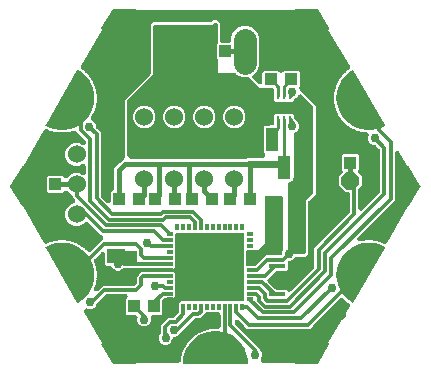
<source format=gbr>
G04 EAGLE Gerber RS-274X export*
G75*
%MOMM*%
%FSLAX34Y34*%
%LPD*%
%INBottom Copper*%
%IPPOS*%
%AMOC8*
5,1,8,0,0,1.08239X$1,22.5*%
G01*
%ADD10R,1.399997X0.400000*%
%ADD11P,1.649562X8X112.500000*%
%ADD12R,1.100000X1.000000*%
%ADD13R,1.000000X1.100000*%
%ADD14R,1.300000X1.500000*%
%ADD15R,1.500000X1.300000*%
%ADD16C,1.524000*%
%ADD17R,0.550000X0.300000*%
%ADD18R,0.300000X0.550000*%
%ADD19R,5.600000X5.600000*%
%ADD20R,0.250000X0.500000*%
%ADD21R,1.600000X0.900000*%
%ADD22C,1.000000*%
%ADD23C,1.981200*%
%ADD24C,0.304800*%
%ADD25C,0.406400*%
%ADD26C,0.756400*%
%ADD27C,0.812800*%
%ADD28C,0.254000*%
%ADD29C,0.609600*%

G36*
X62770Y61629D02*
X62770Y61629D01*
X62788Y61628D01*
X62970Y61651D01*
X63153Y61670D01*
X63170Y61676D01*
X63187Y61678D01*
X63361Y61736D01*
X63536Y61792D01*
X63552Y61801D01*
X63569Y61806D01*
X63728Y61898D01*
X63889Y61987D01*
X63902Y61998D01*
X63918Y62007D01*
X64171Y62222D01*
X83288Y81339D01*
X83305Y81360D01*
X83325Y81377D01*
X83432Y81515D01*
X83543Y81650D01*
X83555Y81674D01*
X83572Y81695D01*
X83650Y81852D01*
X83732Y82006D01*
X83739Y82032D01*
X83751Y82056D01*
X83797Y82225D01*
X83846Y82392D01*
X83849Y82419D01*
X83856Y82445D01*
X83883Y82775D01*
X83883Y98258D01*
X113450Y127826D01*
X113467Y127846D01*
X113488Y127864D01*
X113595Y128002D01*
X113705Y128137D01*
X113718Y128161D01*
X113734Y128182D01*
X113812Y128339D01*
X113894Y128493D01*
X113902Y128518D01*
X113914Y128543D01*
X113959Y128712D01*
X114009Y128879D01*
X114011Y128905D01*
X114018Y128931D01*
X114045Y129262D01*
X114045Y144018D01*
X114043Y144036D01*
X114045Y144054D01*
X114024Y144236D01*
X114005Y144419D01*
X114000Y144436D01*
X113998Y144453D01*
X113941Y144628D01*
X113887Y144804D01*
X113879Y144819D01*
X113873Y144836D01*
X113783Y144996D01*
X113695Y145158D01*
X113684Y145171D01*
X113675Y145187D01*
X113555Y145326D01*
X113438Y145467D01*
X113424Y145478D01*
X113412Y145492D01*
X113267Y145604D01*
X113124Y145719D01*
X113108Y145727D01*
X113094Y145738D01*
X112929Y145820D01*
X112767Y145905D01*
X112750Y145910D01*
X112734Y145918D01*
X112555Y145965D01*
X112380Y146016D01*
X112362Y146018D01*
X112345Y146022D01*
X112014Y146049D01*
X110354Y146049D01*
X104774Y151629D01*
X104774Y159521D01*
X107187Y161933D01*
X107198Y161947D01*
X107212Y161958D01*
X107325Y162103D01*
X107442Y162245D01*
X107450Y162260D01*
X107461Y162274D01*
X107544Y162438D01*
X107630Y162600D01*
X107635Y162617D01*
X107644Y162633D01*
X107693Y162810D01*
X107745Y162986D01*
X107747Y163004D01*
X107752Y163021D01*
X107765Y163203D01*
X107782Y163387D01*
X107780Y163405D01*
X107781Y163423D01*
X107758Y163605D01*
X107738Y163787D01*
X107733Y163805D01*
X107731Y163822D01*
X107672Y163995D01*
X107617Y164171D01*
X107608Y164187D01*
X107602Y164204D01*
X107511Y164363D01*
X107422Y164524D01*
X107410Y164537D01*
X107401Y164553D01*
X107394Y164561D01*
X107394Y177177D01*
X108511Y178293D01*
X120089Y178293D01*
X121206Y177177D01*
X121206Y164552D01*
X121158Y164494D01*
X121150Y164478D01*
X121139Y164464D01*
X121055Y164300D01*
X120970Y164139D01*
X120965Y164122D01*
X120956Y164105D01*
X120907Y163928D01*
X120855Y163753D01*
X120853Y163735D01*
X120848Y163718D01*
X120835Y163534D01*
X120818Y163352D01*
X120820Y163334D01*
X120819Y163316D01*
X120842Y163134D01*
X120862Y162951D01*
X120867Y162934D01*
X120869Y162917D01*
X120928Y162743D01*
X120983Y162568D01*
X120992Y162552D01*
X120998Y162535D01*
X121089Y162377D01*
X121178Y162215D01*
X121190Y162202D01*
X121199Y162186D01*
X121413Y161933D01*
X123826Y159521D01*
X123826Y151629D01*
X121500Y149303D01*
X121483Y149283D01*
X121462Y149265D01*
X121355Y149127D01*
X121245Y148992D01*
X121232Y148968D01*
X121216Y148947D01*
X121138Y148790D01*
X121056Y148636D01*
X121048Y148611D01*
X121036Y148586D01*
X120991Y148417D01*
X120941Y148250D01*
X120939Y148224D01*
X120932Y148198D01*
X120905Y147867D01*
X120905Y132246D01*
X120906Y132238D01*
X120905Y132229D01*
X120926Y132035D01*
X120945Y131846D01*
X120947Y131837D01*
X120948Y131828D01*
X121006Y131645D01*
X121063Y131461D01*
X121067Y131453D01*
X121070Y131445D01*
X121162Y131277D01*
X121255Y131107D01*
X121260Y131100D01*
X121265Y131092D01*
X121389Y130945D01*
X121512Y130798D01*
X121519Y130792D01*
X121525Y130785D01*
X121677Y130665D01*
X121826Y130545D01*
X121834Y130541D01*
X121841Y130536D01*
X122014Y130448D01*
X122183Y130360D01*
X122192Y130357D01*
X122200Y130353D01*
X122386Y130301D01*
X122570Y130248D01*
X122579Y130248D01*
X122588Y130245D01*
X122781Y130231D01*
X122972Y130216D01*
X122980Y130217D01*
X122989Y130216D01*
X123182Y130240D01*
X123371Y130262D01*
X123380Y130265D01*
X123389Y130266D01*
X123572Y130328D01*
X123754Y130387D01*
X123762Y130392D01*
X123770Y130395D01*
X123937Y130491D01*
X124105Y130585D01*
X124112Y130591D01*
X124119Y130595D01*
X124372Y130810D01*
X138741Y145179D01*
X138758Y145200D01*
X138779Y145218D01*
X138886Y145355D01*
X138997Y145491D01*
X139009Y145515D01*
X139025Y145536D01*
X139104Y145693D01*
X139185Y145847D01*
X139193Y145872D01*
X139205Y145896D01*
X139250Y146066D01*
X139300Y146232D01*
X139302Y146259D01*
X139309Y146285D01*
X139336Y146616D01*
X139336Y181255D01*
X139334Y181282D01*
X139336Y181308D01*
X139314Y181482D01*
X139297Y181656D01*
X139289Y181681D01*
X139285Y181708D01*
X139230Y181873D01*
X139178Y182041D01*
X139166Y182064D01*
X139157Y182089D01*
X139070Y182241D01*
X138987Y182395D01*
X138970Y182415D01*
X138956Y182438D01*
X138741Y182691D01*
X136261Y185172D01*
X136240Y185189D01*
X136223Y185209D01*
X136085Y185316D01*
X135949Y185427D01*
X135926Y185439D01*
X135905Y185456D01*
X135748Y185534D01*
X135594Y185616D01*
X135568Y185623D01*
X135544Y185635D01*
X135375Y185681D01*
X135208Y185730D01*
X135181Y185733D01*
X135155Y185740D01*
X134825Y185767D01*
X133697Y185767D01*
X131607Y186633D01*
X130007Y188233D01*
X129141Y190323D01*
X129141Y192586D01*
X129576Y193635D01*
X129594Y193695D01*
X129620Y193753D01*
X129652Y193888D01*
X129692Y194021D01*
X129698Y194083D01*
X129712Y194144D01*
X129717Y194283D01*
X129730Y194421D01*
X129724Y194484D01*
X129726Y194547D01*
X129703Y194684D01*
X129689Y194822D01*
X129670Y194882D01*
X129660Y194944D01*
X129610Y195074D01*
X129569Y195206D01*
X129539Y195261D01*
X129516Y195320D01*
X129442Y195438D01*
X129375Y195559D01*
X129335Y195608D01*
X129301Y195661D01*
X129206Y195761D01*
X129116Y195868D01*
X129067Y195907D01*
X129024Y195952D01*
X128910Y196032D01*
X128802Y196119D01*
X128745Y196147D01*
X128694Y196183D01*
X128567Y196239D01*
X128443Y196303D01*
X128383Y196320D01*
X128325Y196345D01*
X128137Y196389D01*
X128056Y196412D01*
X128032Y196414D01*
X128002Y196421D01*
X127842Y196445D01*
X127775Y196449D01*
X127539Y196468D01*
X126771Y196468D01*
X126761Y196475D01*
X126647Y196526D01*
X126536Y196584D01*
X126463Y196606D01*
X126393Y196637D01*
X126234Y196674D01*
X126150Y196699D01*
X126114Y196702D01*
X126070Y196713D01*
X124965Y196880D01*
X124888Y196884D01*
X124813Y196897D01*
X124687Y196894D01*
X124562Y196900D01*
X124487Y196889D01*
X124410Y196887D01*
X124288Y196859D01*
X124230Y196851D01*
X123488Y197080D01*
X123422Y197093D01*
X123192Y197148D01*
X122433Y197262D01*
X122424Y197271D01*
X122318Y197337D01*
X122217Y197412D01*
X122148Y197445D01*
X122083Y197485D01*
X121932Y197546D01*
X121853Y197583D01*
X121818Y197592D01*
X121775Y197609D01*
X120707Y197939D01*
X120632Y197954D01*
X120560Y197978D01*
X120436Y197994D01*
X120313Y198019D01*
X120236Y198019D01*
X120160Y198028D01*
X120036Y198019D01*
X119977Y198019D01*
X119277Y198357D01*
X119213Y198380D01*
X118995Y198468D01*
X118261Y198694D01*
X118253Y198704D01*
X118159Y198786D01*
X118070Y198874D01*
X118007Y198917D01*
X117949Y198967D01*
X117808Y199049D01*
X117735Y199098D01*
X117702Y199112D01*
X117663Y199135D01*
X116656Y199620D01*
X116584Y199646D01*
X116516Y199681D01*
X116395Y199715D01*
X116277Y199758D01*
X116202Y199770D01*
X116128Y199790D01*
X116003Y199800D01*
X115945Y199809D01*
X115304Y200246D01*
X115245Y200279D01*
X115178Y200318D01*
X115177Y200319D01*
X115174Y200320D01*
X115041Y200398D01*
X114349Y200732D01*
X114343Y200742D01*
X114262Y200837D01*
X114187Y200938D01*
X114131Y200990D01*
X114081Y201048D01*
X113954Y201151D01*
X113890Y201209D01*
X113859Y201228D01*
X113823Y201257D01*
X112900Y201887D01*
X112833Y201923D01*
X112771Y201968D01*
X112657Y202019D01*
X112546Y202079D01*
X112473Y202102D01*
X112404Y202134D01*
X112282Y202162D01*
X112226Y202179D01*
X111656Y202708D01*
X111603Y202748D01*
X111419Y202897D01*
X110785Y203330D01*
X110780Y203341D01*
X110714Y203447D01*
X110656Y203558D01*
X110607Y203617D01*
X110567Y203682D01*
X110457Y203803D01*
X110401Y203870D01*
X110374Y203893D01*
X110343Y203927D01*
X109524Y204688D01*
X109463Y204734D01*
X109408Y204787D01*
X109303Y204855D01*
X109203Y204931D01*
X109134Y204964D01*
X109070Y205006D01*
X108953Y205052D01*
X108901Y205077D01*
X108417Y205685D01*
X108370Y205733D01*
X108210Y205907D01*
X107647Y206430D01*
X107645Y206442D01*
X107595Y206557D01*
X107554Y206675D01*
X107515Y206741D01*
X107484Y206811D01*
X107393Y206946D01*
X107349Y207022D01*
X107325Y207048D01*
X107299Y207086D01*
X106603Y207960D01*
X106549Y208015D01*
X106503Y208076D01*
X106409Y208159D01*
X106322Y208249D01*
X106259Y208292D01*
X106201Y208343D01*
X106093Y208405D01*
X106045Y208439D01*
X105657Y209111D01*
X105618Y209165D01*
X105486Y209362D01*
X105007Y209963D01*
X105006Y209975D01*
X104974Y210096D01*
X104951Y210219D01*
X104922Y210290D01*
X104903Y210364D01*
X104833Y210512D01*
X104800Y210592D01*
X104781Y210622D01*
X104761Y210664D01*
X104202Y211632D01*
X104158Y211694D01*
X104121Y211762D01*
X104040Y211858D01*
X103968Y211959D01*
X103912Y212011D01*
X103862Y212070D01*
X103764Y212148D01*
X103722Y212188D01*
X103438Y212911D01*
X103408Y212971D01*
X103307Y213185D01*
X102923Y213850D01*
X102924Y213862D01*
X102910Y213987D01*
X102906Y214112D01*
X102888Y214186D01*
X102879Y214262D01*
X102832Y214419D01*
X102812Y214503D01*
X102797Y214536D01*
X102784Y214580D01*
X102376Y215620D01*
X102363Y215647D01*
X102356Y215667D01*
X102336Y215701D01*
X102315Y215761D01*
X102250Y215868D01*
X102193Y215979D01*
X102145Y216039D01*
X102105Y216104D01*
X102020Y216196D01*
X101984Y216242D01*
X101811Y216999D01*
X101790Y217063D01*
X101722Y217289D01*
X101441Y218004D01*
X101444Y218016D01*
X101449Y218141D01*
X101463Y218266D01*
X101457Y218342D01*
X101460Y218418D01*
X101437Y218580D01*
X101429Y218667D01*
X101419Y218701D01*
X101413Y218747D01*
X101164Y219837D01*
X101140Y219909D01*
X101125Y219984D01*
X101076Y220100D01*
X101036Y220218D01*
X100998Y220285D01*
X100969Y220355D01*
X100898Y220459D01*
X100869Y220510D01*
X100811Y221284D01*
X100799Y221350D01*
X100766Y221584D01*
X100595Y222333D01*
X100600Y222344D01*
X100623Y222467D01*
X100656Y222588D01*
X100661Y222665D01*
X100675Y222740D01*
X100677Y222903D01*
X100682Y222990D01*
X100677Y223026D01*
X100678Y223072D01*
X100595Y224186D01*
X100581Y224262D01*
X100578Y224338D01*
X100547Y224459D01*
X100525Y224583D01*
X100497Y224654D01*
X100478Y224728D01*
X100424Y224841D01*
X100403Y224896D01*
X100461Y225670D01*
X100460Y225738D01*
X100461Y225974D01*
X100404Y226740D01*
X100410Y226750D01*
X100452Y226868D01*
X100502Y226983D01*
X100518Y227058D01*
X100544Y227130D01*
X100569Y227291D01*
X100588Y227376D01*
X100588Y227412D01*
X100596Y227458D01*
X100680Y228572D01*
X100678Y228649D01*
X100685Y228725D01*
X100673Y228849D01*
X100670Y228975D01*
X100653Y229049D01*
X100645Y229125D01*
X100609Y229245D01*
X100596Y229302D01*
X100769Y230059D01*
X100777Y230126D01*
X100814Y230360D01*
X100872Y231125D01*
X100879Y231135D01*
X100938Y231245D01*
X101005Y231351D01*
X101032Y231423D01*
X101068Y231490D01*
X101117Y231646D01*
X101148Y231728D01*
X101154Y231763D01*
X101168Y231807D01*
X101417Y232896D01*
X101427Y232972D01*
X101446Y233046D01*
X101452Y233171D01*
X101468Y233296D01*
X101462Y233372D01*
X101466Y233449D01*
X101447Y233573D01*
X101443Y233631D01*
X101727Y234354D01*
X101745Y234419D01*
X101817Y234644D01*
X101988Y235392D01*
X101997Y235401D01*
X102071Y235501D01*
X102153Y235596D01*
X102191Y235663D01*
X102236Y235724D01*
X102308Y235871D01*
X102351Y235947D01*
X102362Y235981D01*
X102382Y236022D01*
X102791Y237062D01*
X102812Y237136D01*
X102842Y237207D01*
X102866Y237329D01*
X102900Y237450D01*
X102906Y237526D01*
X102922Y237601D01*
X102922Y237727D01*
X102926Y237785D01*
X103315Y238457D01*
X103342Y238518D01*
X103447Y238731D01*
X103727Y239446D01*
X103738Y239452D01*
X103826Y239541D01*
X103921Y239622D01*
X103968Y239683D01*
X104023Y239737D01*
X104115Y239871D01*
X104169Y239939D01*
X104185Y239971D01*
X104212Y240009D01*
X104771Y240977D01*
X104802Y241047D01*
X104842Y241112D01*
X104885Y241230D01*
X104936Y241344D01*
X104954Y241419D01*
X104980Y241490D01*
X104999Y241614D01*
X105012Y241671D01*
X105496Y242278D01*
X105533Y242335D01*
X105667Y242529D01*
X106051Y243194D01*
X106063Y243199D01*
X106164Y243273D01*
X106270Y243340D01*
X106325Y243392D01*
X106387Y243438D01*
X106499Y243557D01*
X106562Y243617D01*
X106583Y243646D01*
X106614Y243679D01*
X107311Y244553D01*
X107353Y244617D01*
X107402Y244676D01*
X107462Y244786D01*
X107530Y244891D01*
X107558Y244962D01*
X107595Y245029D01*
X107632Y245149D01*
X107653Y245204D01*
X108223Y245732D01*
X108267Y245782D01*
X108430Y245954D01*
X108908Y246554D01*
X108920Y246558D01*
X109031Y246616D01*
X109146Y246666D01*
X109209Y246710D01*
X109276Y246745D01*
X109405Y246846D01*
X109476Y246896D01*
X109501Y246922D01*
X109537Y246950D01*
X110357Y247710D01*
X110407Y247768D01*
X110465Y247818D01*
X110541Y247918D01*
X110624Y248012D01*
X110662Y248078D01*
X110708Y248139D01*
X110763Y248252D01*
X110792Y248303D01*
X111434Y248740D01*
X111486Y248783D01*
X111671Y248929D01*
X112234Y249451D01*
X112246Y249453D01*
X112365Y249494D01*
X112486Y249526D01*
X112554Y249560D01*
X112626Y249585D01*
X112769Y249666D01*
X112847Y249705D01*
X112875Y249726D01*
X112915Y249749D01*
X113003Y249809D01*
X113113Y249901D01*
X113229Y249987D01*
X113268Y250031D01*
X113312Y250068D01*
X113402Y250180D01*
X113498Y250287D01*
X113527Y250337D01*
X113563Y250382D01*
X113629Y250510D01*
X113703Y250634D01*
X113722Y250688D01*
X113748Y250740D01*
X113788Y250878D01*
X113835Y251014D01*
X113843Y251071D01*
X113859Y251127D01*
X113870Y251271D01*
X113890Y251413D01*
X113886Y251471D01*
X113891Y251528D01*
X113873Y251671D01*
X113865Y251815D01*
X113850Y251871D01*
X113843Y251928D01*
X113798Y252065D01*
X113761Y252204D01*
X113733Y252263D01*
X113717Y252310D01*
X113676Y252383D01*
X113619Y252504D01*
X95686Y283565D01*
X96314Y283861D01*
X96336Y283878D01*
X96363Y283888D01*
X96415Y283937D01*
X96473Y283980D01*
X96487Y284005D01*
X96508Y284025D01*
X96537Y284090D01*
X96573Y284152D01*
X96576Y284181D01*
X96588Y284207D01*
X96589Y284279D01*
X96598Y284349D01*
X96590Y284377D01*
X96591Y284406D01*
X96555Y284500D01*
X96544Y284541D01*
X96537Y284549D01*
X96533Y284562D01*
X87033Y301062D01*
X86981Y301120D01*
X86935Y301183D01*
X86916Y301194D01*
X86901Y301211D01*
X86831Y301244D01*
X86764Y301284D01*
X86740Y301288D01*
X86722Y301297D01*
X86677Y301299D01*
X86600Y301312D01*
X67600Y301312D01*
X67572Y301306D01*
X67544Y301309D01*
X67476Y301286D01*
X67405Y301272D01*
X67382Y301256D01*
X67355Y301247D01*
X67300Y301200D01*
X67241Y301160D01*
X67226Y301136D01*
X67205Y301117D01*
X67173Y301053D01*
X67134Y300992D01*
X67129Y300964D01*
X67117Y300939D01*
X67108Y300837D01*
X67101Y300796D01*
X67103Y300786D01*
X67102Y300773D01*
X67159Y300058D01*
X-67159Y300058D01*
X-67102Y300773D01*
X-67106Y300801D01*
X-67101Y300829D01*
X-67118Y300899D01*
X-67126Y300970D01*
X-67141Y300995D01*
X-67147Y301022D01*
X-67190Y301080D01*
X-67226Y301143D01*
X-67248Y301160D01*
X-67265Y301183D01*
X-67327Y301219D01*
X-67384Y301263D01*
X-67412Y301270D01*
X-67436Y301284D01*
X-67536Y301301D01*
X-67577Y301311D01*
X-67587Y301310D01*
X-67600Y301312D01*
X-86600Y301312D01*
X-86676Y301296D01*
X-86754Y301288D01*
X-86773Y301277D01*
X-86795Y301272D01*
X-86859Y301228D01*
X-86927Y301190D01*
X-86943Y301171D01*
X-86959Y301160D01*
X-86983Y301122D01*
X-87033Y301062D01*
X-96533Y284562D01*
X-96542Y284534D01*
X-96558Y284511D01*
X-96573Y284441D01*
X-96596Y284373D01*
X-96593Y284345D01*
X-96599Y284316D01*
X-96586Y284246D01*
X-96580Y284175D01*
X-96567Y284149D01*
X-96561Y284121D01*
X-96521Y284062D01*
X-96488Y283998D01*
X-96466Y283980D01*
X-96450Y283956D01*
X-96367Y283899D01*
X-96335Y283872D01*
X-96324Y283869D01*
X-96314Y283861D01*
X-95686Y283565D01*
X-113619Y252504D01*
X-113678Y252373D01*
X-113745Y252245D01*
X-113761Y252189D01*
X-113785Y252137D01*
X-113817Y251997D01*
X-113857Y251858D01*
X-113862Y251801D01*
X-113875Y251744D01*
X-113879Y251600D01*
X-113891Y251457D01*
X-113884Y251400D01*
X-113886Y251342D01*
X-113861Y251200D01*
X-113845Y251057D01*
X-113827Y251002D01*
X-113817Y250945D01*
X-113765Y250811D01*
X-113721Y250674D01*
X-113692Y250624D01*
X-113672Y250570D01*
X-113594Y250449D01*
X-113524Y250323D01*
X-113486Y250279D01*
X-113455Y250230D01*
X-113355Y250127D01*
X-113261Y250018D01*
X-113210Y249976D01*
X-113175Y249940D01*
X-113107Y249893D01*
X-113003Y249809D01*
X-112915Y249749D01*
X-112848Y249713D01*
X-112786Y249668D01*
X-112672Y249617D01*
X-112561Y249557D01*
X-112488Y249534D01*
X-112419Y249503D01*
X-112297Y249475D01*
X-112241Y249457D01*
X-111671Y248929D01*
X-111618Y248888D01*
X-111434Y248740D01*
X-110799Y248308D01*
X-110795Y248296D01*
X-110728Y248190D01*
X-110670Y248079D01*
X-110622Y248020D01*
X-110581Y247955D01*
X-110471Y247835D01*
X-110416Y247767D01*
X-110388Y247744D01*
X-110357Y247710D01*
X-109537Y246950D01*
X-109476Y246904D01*
X-109421Y246851D01*
X-109316Y246783D01*
X-109216Y246707D01*
X-109148Y246674D01*
X-109083Y246633D01*
X-108967Y246587D01*
X-108914Y246561D01*
X-108430Y245954D01*
X-108383Y245906D01*
X-108223Y245732D01*
X-107660Y245210D01*
X-107657Y245198D01*
X-107607Y245083D01*
X-107566Y244964D01*
X-107527Y244899D01*
X-107497Y244828D01*
X-107405Y244693D01*
X-107361Y244618D01*
X-107337Y244591D01*
X-107311Y244553D01*
X-106614Y243679D01*
X-106561Y243625D01*
X-106515Y243564D01*
X-106421Y243481D01*
X-106333Y243391D01*
X-106270Y243348D01*
X-106213Y243298D01*
X-106104Y243235D01*
X-106056Y243202D01*
X-105667Y242529D01*
X-105628Y242474D01*
X-105496Y242278D01*
X-105017Y241678D01*
X-105017Y241666D01*
X-104984Y241545D01*
X-104961Y241422D01*
X-104932Y241351D01*
X-104913Y241277D01*
X-104843Y241129D01*
X-104810Y241049D01*
X-104790Y241019D01*
X-104771Y240977D01*
X-104211Y240009D01*
X-104167Y239947D01*
X-104130Y239880D01*
X-104050Y239784D01*
X-103976Y239682D01*
X-103920Y239630D01*
X-103871Y239572D01*
X-103773Y239494D01*
X-103731Y239454D01*
X-103447Y238731D01*
X-103416Y238671D01*
X-103315Y238457D01*
X-102931Y237792D01*
X-102932Y237780D01*
X-102918Y237656D01*
X-102913Y237531D01*
X-102895Y237456D01*
X-102887Y237380D01*
X-102840Y237224D01*
X-102819Y237139D01*
X-102804Y237106D01*
X-102791Y237062D01*
X-102382Y236022D01*
X-102348Y235954D01*
X-102321Y235882D01*
X-102256Y235775D01*
X-102199Y235664D01*
X-102151Y235604D01*
X-102111Y235539D01*
X-102026Y235447D01*
X-101990Y235401D01*
X-101817Y234644D01*
X-101795Y234580D01*
X-101727Y234354D01*
X-101446Y233639D01*
X-101449Y233627D01*
X-101454Y233502D01*
X-101468Y233378D01*
X-101462Y233301D01*
X-101464Y233225D01*
X-101441Y233064D01*
X-101434Y232976D01*
X-101424Y232942D01*
X-101417Y232896D01*
X-101168Y231807D01*
X-101144Y231734D01*
X-101129Y231659D01*
X-101080Y231544D01*
X-101040Y231425D01*
X-101002Y231359D01*
X-100972Y231288D01*
X-100902Y231185D01*
X-100872Y231134D01*
X-100814Y230360D01*
X-100802Y230293D01*
X-100769Y230059D01*
X-100598Y229311D01*
X-100602Y229299D01*
X-100626Y229176D01*
X-100658Y229055D01*
X-100663Y228979D01*
X-100677Y228904D01*
X-100678Y228740D01*
X-100684Y228654D01*
X-100679Y228618D01*
X-100680Y228572D01*
X-100596Y227458D01*
X-100582Y227382D01*
X-100578Y227306D01*
X-100547Y227184D01*
X-100526Y227061D01*
X-100498Y226990D01*
X-100479Y226916D01*
X-100425Y226803D01*
X-100403Y226748D01*
X-100461Y225974D01*
X-100460Y225906D01*
X-100461Y225670D01*
X-100403Y224904D01*
X-100410Y224894D01*
X-100451Y224776D01*
X-100501Y224661D01*
X-100518Y224586D01*
X-100543Y224514D01*
X-100568Y224353D01*
X-100587Y224268D01*
X-100587Y224232D01*
X-100595Y224186D01*
X-100678Y223072D01*
X-100676Y222995D01*
X-100683Y222919D01*
X-100671Y222794D01*
X-100668Y222669D01*
X-100651Y222595D01*
X-100643Y222518D01*
X-100606Y222399D01*
X-100593Y222342D01*
X-100766Y221584D01*
X-100774Y221518D01*
X-100811Y221284D01*
X-100868Y220518D01*
X-100876Y220509D01*
X-100935Y220398D01*
X-101001Y220292D01*
X-101029Y220221D01*
X-101064Y220153D01*
X-101113Y219998D01*
X-101145Y219916D01*
X-101150Y219880D01*
X-101164Y219837D01*
X-101413Y218747D01*
X-101422Y218671D01*
X-101441Y218597D01*
X-101447Y218472D01*
X-101463Y218347D01*
X-101457Y218271D01*
X-101461Y218195D01*
X-101442Y218071D01*
X-101438Y218012D01*
X-101722Y217289D01*
X-101740Y217225D01*
X-101811Y216999D01*
X-101982Y216250D01*
X-101991Y216242D01*
X-102065Y216142D01*
X-102147Y216047D01*
X-102184Y215980D01*
X-102230Y215918D01*
X-102302Y215772D01*
X-102345Y215696D01*
X-102356Y215662D01*
X-102376Y215620D01*
X-102784Y214580D01*
X-102805Y214506D01*
X-102834Y214436D01*
X-102859Y214313D01*
X-102893Y214192D01*
X-102899Y214116D01*
X-102914Y214041D01*
X-102914Y213916D01*
X-102918Y213858D01*
X-103307Y213185D01*
X-103334Y213123D01*
X-103438Y212911D01*
X-103719Y212196D01*
X-103729Y212190D01*
X-103817Y212101D01*
X-103912Y212019D01*
X-103960Y211959D01*
X-104014Y211905D01*
X-104106Y211771D01*
X-104160Y211702D01*
X-104176Y211670D01*
X-104202Y211632D01*
X-104761Y210664D01*
X-104792Y210594D01*
X-104832Y210529D01*
X-104875Y210411D01*
X-104927Y210297D01*
X-104944Y210222D01*
X-104970Y210151D01*
X-104989Y210027D01*
X-105002Y209970D01*
X-105320Y209570D01*
X-105375Y209485D01*
X-105438Y209407D01*
X-105484Y209317D01*
X-105538Y209232D01*
X-105575Y209138D01*
X-105621Y209049D01*
X-105649Y208951D01*
X-105686Y208857D01*
X-105704Y208758D01*
X-105731Y208661D01*
X-105739Y208561D01*
X-105757Y208461D01*
X-105754Y208360D01*
X-105762Y208260D01*
X-105750Y208160D01*
X-105748Y208059D01*
X-105726Y207960D01*
X-105714Y207860D01*
X-105682Y207764D01*
X-105660Y207666D01*
X-105619Y207574D01*
X-105587Y207478D01*
X-105537Y207390D01*
X-105496Y207298D01*
X-105438Y207216D01*
X-105388Y207128D01*
X-105321Y207052D01*
X-105263Y206970D01*
X-105189Y206901D01*
X-105123Y206825D01*
X-105043Y206763D01*
X-104970Y206694D01*
X-104884Y206641D01*
X-104804Y206579D01*
X-104695Y206523D01*
X-104628Y206481D01*
X-104575Y206462D01*
X-104509Y206428D01*
X-103546Y206029D01*
X-101946Y204429D01*
X-101080Y202338D01*
X-101080Y201211D01*
X-101078Y201184D01*
X-101080Y201158D01*
X-101058Y200984D01*
X-101040Y200810D01*
X-101033Y200785D01*
X-101029Y200758D01*
X-100974Y200593D01*
X-100922Y200425D01*
X-100909Y200402D01*
X-100901Y200377D01*
X-100814Y200225D01*
X-100730Y200071D01*
X-100713Y200051D01*
X-100700Y200028D01*
X-100485Y199775D01*
X-97192Y196482D01*
X-97192Y143143D01*
X-97190Y143116D01*
X-97192Y143090D01*
X-97170Y142916D01*
X-97152Y142742D01*
X-97145Y142717D01*
X-97141Y142690D01*
X-97086Y142525D01*
X-97034Y142357D01*
X-97021Y142334D01*
X-97013Y142309D01*
X-96926Y142157D01*
X-96842Y142003D01*
X-96825Y141983D01*
X-96812Y141960D01*
X-96597Y141707D01*
X-91898Y137008D01*
X-91891Y137002D01*
X-91886Y136995D01*
X-91736Y136875D01*
X-91587Y136753D01*
X-91579Y136748D01*
X-91572Y136743D01*
X-91402Y136654D01*
X-91231Y136564D01*
X-91222Y136561D01*
X-91215Y136557D01*
X-91030Y136504D01*
X-90845Y136449D01*
X-90836Y136448D01*
X-90828Y136446D01*
X-90636Y136430D01*
X-90444Y136413D01*
X-90435Y136414D01*
X-90426Y136413D01*
X-90237Y136435D01*
X-90044Y136456D01*
X-90035Y136459D01*
X-90027Y136460D01*
X-89845Y136519D01*
X-89660Y136578D01*
X-89652Y136582D01*
X-89644Y136585D01*
X-89475Y136680D01*
X-89308Y136773D01*
X-89301Y136778D01*
X-89293Y136783D01*
X-89148Y136908D01*
X-89001Y137033D01*
X-88995Y137040D01*
X-88988Y137046D01*
X-88871Y137197D01*
X-88751Y137349D01*
X-88747Y137357D01*
X-88742Y137364D01*
X-88656Y137536D01*
X-88569Y137708D01*
X-88566Y137716D01*
X-88562Y137724D01*
X-88512Y137910D01*
X-88461Y138096D01*
X-88460Y138105D01*
X-88458Y138113D01*
X-88431Y138444D01*
X-88431Y145989D01*
X-87295Y147125D01*
X-87276Y147127D01*
X-87093Y147146D01*
X-87076Y147151D01*
X-87059Y147153D01*
X-86884Y147210D01*
X-86708Y147264D01*
X-86693Y147272D01*
X-86676Y147278D01*
X-86516Y147368D01*
X-86354Y147456D01*
X-86341Y147467D01*
X-86325Y147476D01*
X-86186Y147596D01*
X-86045Y147713D01*
X-86034Y147727D01*
X-86020Y147739D01*
X-85908Y147884D01*
X-85793Y148027D01*
X-85785Y148043D01*
X-85774Y148057D01*
X-85692Y148222D01*
X-85607Y148384D01*
X-85602Y148401D01*
X-85594Y148417D01*
X-85547Y148596D01*
X-85496Y148771D01*
X-85494Y148789D01*
X-85490Y148806D01*
X-85463Y149137D01*
X-85463Y166169D01*
X-80733Y170899D01*
X-77558Y174074D01*
X-77541Y174094D01*
X-77520Y174112D01*
X-77413Y174250D01*
X-77303Y174385D01*
X-77290Y174409D01*
X-77274Y174430D01*
X-77196Y174587D01*
X-77114Y174741D01*
X-77106Y174766D01*
X-77094Y174790D01*
X-77049Y174960D01*
X-76999Y175127D01*
X-76997Y175153D01*
X-76990Y175179D01*
X-76963Y175510D01*
X-76963Y223881D01*
X-55333Y245511D01*
X-55316Y245532D01*
X-55295Y245549D01*
X-55188Y245687D01*
X-55078Y245823D01*
X-55065Y245846D01*
X-55049Y245867D01*
X-54971Y246024D01*
X-54889Y246178D01*
X-54881Y246204D01*
X-54869Y246228D01*
X-54824Y246397D01*
X-54774Y246564D01*
X-54772Y246591D01*
X-54765Y246617D01*
X-54738Y246947D01*
X-54738Y287381D01*
X-52431Y289688D01*
X-4060Y289688D01*
X-4033Y289690D01*
X-4007Y289688D01*
X-3833Y289710D01*
X-3659Y289728D01*
X-3634Y289735D01*
X-3607Y289739D01*
X-3442Y289794D01*
X-3274Y289846D01*
X-3251Y289859D01*
X-3226Y289867D01*
X-3074Y289954D01*
X-2920Y290038D01*
X-2900Y290055D01*
X-2877Y290068D01*
X-2624Y290283D01*
X-1631Y291275D01*
X1631Y291275D01*
X3938Y288969D01*
X3938Y274049D01*
X3940Y274032D01*
X3938Y274014D01*
X3959Y273832D01*
X3978Y273649D01*
X3983Y273632D01*
X3985Y273614D01*
X4042Y273440D01*
X4096Y273264D01*
X4104Y273248D01*
X4110Y273231D01*
X4200Y273071D01*
X4288Y272910D01*
X4299Y272896D01*
X4308Y272881D01*
X4428Y272741D01*
X4545Y272601D01*
X4559Y272589D01*
X4571Y272576D01*
X4716Y272463D01*
X4859Y272348D01*
X4875Y272340D01*
X4889Y272329D01*
X5054Y272247D01*
X5216Y272163D01*
X5233Y272158D01*
X5249Y272150D01*
X5428Y272102D01*
X5603Y272051D01*
X5621Y272050D01*
X5638Y272045D01*
X5969Y272018D01*
X11303Y272018D01*
X11321Y272020D01*
X11339Y272019D01*
X11521Y272040D01*
X11704Y272058D01*
X11721Y272063D01*
X11738Y272065D01*
X11913Y272122D01*
X12089Y272176D01*
X12104Y272185D01*
X12121Y272190D01*
X12281Y272281D01*
X12443Y272368D01*
X12456Y272379D01*
X12472Y272388D01*
X12611Y272508D01*
X12752Y272626D01*
X12763Y272640D01*
X12777Y272651D01*
X12889Y272796D01*
X13004Y272940D01*
X13012Y272955D01*
X13023Y272969D01*
X13105Y273134D01*
X13190Y273297D01*
X13195Y273314D01*
X13203Y273330D01*
X13250Y273508D01*
X13301Y273684D01*
X13303Y273702D01*
X13307Y273719D01*
X13334Y274049D01*
X13334Y277368D01*
X15132Y281709D01*
X18455Y285032D01*
X22796Y286830D01*
X27496Y286830D01*
X31837Y285032D01*
X35160Y281709D01*
X36958Y277368D01*
X36958Y252857D01*
X35160Y248516D01*
X31686Y245043D01*
X31675Y245029D01*
X31661Y245017D01*
X31548Y244873D01*
X31431Y244731D01*
X31423Y244715D01*
X31412Y244701D01*
X31328Y244537D01*
X31243Y244375D01*
X31238Y244358D01*
X31229Y244342D01*
X31180Y244165D01*
X31128Y243989D01*
X31126Y243972D01*
X31121Y243954D01*
X31108Y243771D01*
X31091Y243588D01*
X31093Y243571D01*
X31092Y243553D01*
X31115Y243371D01*
X31135Y243188D01*
X31140Y243171D01*
X31143Y243153D01*
X31201Y242980D01*
X31256Y242804D01*
X31265Y242789D01*
X31271Y242772D01*
X31363Y242612D01*
X31451Y242452D01*
X31463Y242439D01*
X31472Y242423D01*
X31686Y242170D01*
X36189Y237667D01*
X36196Y237661D01*
X36202Y237655D01*
X36351Y237534D01*
X36501Y237412D01*
X36509Y237408D01*
X36516Y237402D01*
X36687Y237313D01*
X36856Y237223D01*
X36865Y237221D01*
X36873Y237217D01*
X37058Y237163D01*
X37242Y237109D01*
X37251Y237108D01*
X37260Y237105D01*
X37451Y237090D01*
X37643Y237072D01*
X37652Y237073D01*
X37661Y237072D01*
X37850Y237095D01*
X38044Y237116D01*
X38052Y237118D01*
X38061Y237119D01*
X38243Y237179D01*
X38427Y237237D01*
X38435Y237241D01*
X38444Y237244D01*
X38612Y237339D01*
X38780Y237432D01*
X38786Y237438D01*
X38794Y237442D01*
X38940Y237568D01*
X39087Y237692D01*
X39092Y237699D01*
X39099Y237705D01*
X39216Y237857D01*
X39336Y238008D01*
X39340Y238016D01*
X39346Y238023D01*
X39431Y238194D01*
X39519Y238367D01*
X39521Y238376D01*
X39525Y238384D01*
X39574Y238568D01*
X39627Y238755D01*
X39627Y238764D01*
X39630Y238773D01*
X39657Y239103D01*
X39657Y247089D01*
X40773Y248206D01*
X53352Y248206D01*
X54126Y247431D01*
X54140Y247420D01*
X54152Y247406D01*
X54295Y247293D01*
X54438Y247176D01*
X54454Y247168D01*
X54468Y247157D01*
X54631Y247074D01*
X54793Y246988D01*
X54810Y246983D01*
X54826Y246975D01*
X55004Y246925D01*
X55179Y246873D01*
X55197Y246871D01*
X55214Y246867D01*
X55397Y246853D01*
X55580Y246837D01*
X55598Y246838D01*
X55616Y246837D01*
X55798Y246860D01*
X55981Y246880D01*
X55998Y246885D01*
X56015Y246888D01*
X56189Y246946D01*
X56364Y247001D01*
X56380Y247010D01*
X56397Y247016D01*
X56556Y247107D01*
X56717Y247196D01*
X56730Y247208D01*
X56746Y247217D01*
X56999Y247431D01*
X57773Y248206D01*
X70352Y248206D01*
X71468Y247089D01*
X71468Y235511D01*
X71425Y235467D01*
X71413Y235453D01*
X71400Y235442D01*
X71286Y235298D01*
X71169Y235155D01*
X71161Y235140D01*
X71150Y235126D01*
X71067Y234962D01*
X70981Y234800D01*
X70976Y234783D01*
X70968Y234767D01*
X70918Y234590D01*
X70866Y234414D01*
X70864Y234396D01*
X70860Y234379D01*
X70846Y234196D01*
X70830Y234013D01*
X70832Y233995D01*
X70830Y233977D01*
X70853Y233795D01*
X70873Y233613D01*
X70878Y233596D01*
X70881Y233578D01*
X70939Y233404D01*
X70995Y233229D01*
X71003Y233213D01*
X71009Y233196D01*
X71101Y233037D01*
X71189Y232876D01*
X71201Y232863D01*
X71210Y232847D01*
X71425Y232594D01*
X84900Y219119D01*
X84900Y144419D01*
X79145Y138664D01*
X79128Y138643D01*
X79108Y138626D01*
X79001Y138488D01*
X78890Y138352D01*
X78878Y138329D01*
X78861Y138308D01*
X78783Y138151D01*
X78701Y137997D01*
X78694Y137971D01*
X78682Y137947D01*
X78636Y137778D01*
X78587Y137611D01*
X78584Y137584D01*
X78577Y137558D01*
X78550Y137228D01*
X78550Y93619D01*
X76244Y91312D01*
X68494Y91312D01*
X68471Y91310D01*
X68449Y91312D01*
X68271Y91290D01*
X68093Y91272D01*
X68072Y91266D01*
X68050Y91263D01*
X67880Y91207D01*
X67708Y91154D01*
X67689Y91144D01*
X67667Y91137D01*
X67512Y91048D01*
X67354Y90962D01*
X67337Y90948D01*
X67318Y90937D01*
X67182Y90819D01*
X67045Y90705D01*
X67031Y90687D01*
X67014Y90673D01*
X66905Y90530D01*
X66828Y90434D01*
X65134Y88741D01*
X62955Y87838D01*
X62924Y87835D01*
X62907Y87830D01*
X62889Y87828D01*
X62714Y87771D01*
X62539Y87717D01*
X62523Y87709D01*
X62506Y87703D01*
X62346Y87613D01*
X62185Y87525D01*
X62171Y87514D01*
X62156Y87505D01*
X62016Y87385D01*
X61876Y87268D01*
X61864Y87254D01*
X61851Y87242D01*
X61738Y87097D01*
X61623Y86954D01*
X61615Y86938D01*
X61604Y86924D01*
X61522Y86759D01*
X61438Y86597D01*
X61433Y86580D01*
X61425Y86564D01*
X61377Y86385D01*
X61326Y86210D01*
X61325Y86192D01*
X61320Y86175D01*
X61293Y85844D01*
X61293Y80648D01*
X60177Y79532D01*
X52324Y79532D01*
X52298Y79529D01*
X52271Y79531D01*
X52097Y79509D01*
X51924Y79492D01*
X51898Y79484D01*
X51871Y79481D01*
X51706Y79425D01*
X51539Y79374D01*
X51515Y79361D01*
X51490Y79352D01*
X51338Y79265D01*
X51185Y79182D01*
X51164Y79165D01*
X51141Y79151D01*
X50888Y78937D01*
X44606Y72655D01*
X44594Y72641D01*
X44581Y72629D01*
X44467Y72486D01*
X44351Y72343D01*
X44342Y72327D01*
X44331Y72313D01*
X44248Y72149D01*
X44162Y71987D01*
X44157Y71970D01*
X44149Y71954D01*
X44099Y71777D01*
X44047Y71602D01*
X44046Y71584D01*
X44041Y71567D01*
X44027Y71383D01*
X44011Y71201D01*
X44013Y71183D01*
X44012Y71165D01*
X44034Y70983D01*
X44054Y70800D01*
X44060Y70783D01*
X44062Y70766D01*
X44120Y70592D01*
X44176Y70417D01*
X44184Y70401D01*
X44190Y70384D01*
X44282Y70224D01*
X44371Y70064D01*
X44382Y70051D01*
X44391Y70035D01*
X44606Y69782D01*
X50450Y63938D01*
X50470Y63921D01*
X50488Y63901D01*
X50626Y63794D01*
X50761Y63683D01*
X50785Y63671D01*
X50806Y63654D01*
X50963Y63576D01*
X51117Y63495D01*
X51142Y63487D01*
X51166Y63475D01*
X51336Y63429D01*
X51503Y63380D01*
X51529Y63377D01*
X51555Y63370D01*
X51886Y63343D01*
X60177Y63343D01*
X61298Y62222D01*
X61312Y62211D01*
X61324Y62197D01*
X61468Y62083D01*
X61610Y61967D01*
X61625Y61959D01*
X61639Y61947D01*
X61804Y61864D01*
X61965Y61778D01*
X61982Y61773D01*
X61998Y61765D01*
X62175Y61716D01*
X62351Y61663D01*
X62369Y61662D01*
X62386Y61657D01*
X62569Y61644D01*
X62752Y61627D01*
X62770Y61629D01*
G37*
G36*
X74630Y93221D02*
X74630Y93221D01*
X74648Y93219D01*
X74830Y93240D01*
X75013Y93259D01*
X75030Y93264D01*
X75048Y93266D01*
X75222Y93323D01*
X75398Y93377D01*
X75414Y93385D01*
X75431Y93391D01*
X75591Y93481D01*
X75752Y93569D01*
X75766Y93580D01*
X75781Y93589D01*
X75921Y93709D01*
X76061Y93826D01*
X76073Y93840D01*
X76086Y93852D01*
X76199Y93997D01*
X76314Y94140D01*
X76322Y94156D01*
X76333Y94170D01*
X76415Y94335D01*
X76499Y94497D01*
X76504Y94514D01*
X76512Y94531D01*
X76560Y94709D01*
X76611Y94884D01*
X76612Y94902D01*
X76617Y94919D01*
X76644Y95250D01*
X76644Y138859D01*
X82399Y144614D01*
X82416Y144634D01*
X82436Y144652D01*
X82543Y144790D01*
X82654Y144925D01*
X82666Y144949D01*
X82683Y144970D01*
X82761Y145127D01*
X82843Y145281D01*
X82850Y145306D01*
X82862Y145331D01*
X82908Y145500D01*
X82957Y145667D01*
X82960Y145693D01*
X82967Y145719D01*
X82994Y146050D01*
X82994Y217488D01*
X82991Y217514D01*
X82993Y217541D01*
X82971Y217715D01*
X82954Y217888D01*
X82946Y217914D01*
X82943Y217940D01*
X82887Y218106D01*
X82836Y218273D01*
X82823Y218297D01*
X82814Y218322D01*
X82727Y218474D01*
X82644Y218627D01*
X82627Y218648D01*
X82614Y218671D01*
X82399Y218924D01*
X73237Y228086D01*
X73226Y228094D01*
X73218Y228104D01*
X73071Y228221D01*
X72925Y228341D01*
X72914Y228347D01*
X72903Y228355D01*
X72735Y228442D01*
X72570Y228529D01*
X72557Y228533D01*
X72545Y228539D01*
X72364Y228591D01*
X72184Y228644D01*
X72170Y228645D01*
X72158Y228649D01*
X71971Y228663D01*
X71783Y228681D01*
X71769Y228679D01*
X71756Y228680D01*
X71571Y228658D01*
X71383Y228637D01*
X71370Y228633D01*
X71356Y228631D01*
X71178Y228572D01*
X70999Y228516D01*
X70987Y228509D01*
X70974Y228505D01*
X70810Y228412D01*
X70646Y228321D01*
X70636Y228312D01*
X70624Y228305D01*
X70482Y228181D01*
X70339Y228060D01*
X70331Y228050D01*
X70321Y228041D01*
X70206Y227892D01*
X70090Y227744D01*
X70084Y227732D01*
X70076Y227722D01*
X69924Y227427D01*
X69909Y227391D01*
X68309Y225791D01*
X67472Y225444D01*
X67453Y225434D01*
X67431Y225427D01*
X67275Y225339D01*
X67117Y225254D01*
X67100Y225240D01*
X67081Y225229D01*
X66945Y225112D01*
X66807Y224998D01*
X66793Y224980D01*
X66776Y224966D01*
X66666Y224825D01*
X66553Y224685D01*
X66543Y224665D01*
X66529Y224648D01*
X66449Y224487D01*
X66366Y224329D01*
X66360Y224307D01*
X66350Y224287D01*
X66303Y224114D01*
X66253Y223942D01*
X66251Y223920D01*
X66245Y223898D01*
X66230Y223710D01*
X65102Y222582D01*
X51023Y222582D01*
X49907Y223698D01*
X49907Y224811D01*
X49904Y224837D01*
X49906Y224864D01*
X49887Y225017D01*
X49887Y231775D01*
X49885Y231793D01*
X49886Y231811D01*
X49865Y231993D01*
X49847Y232176D01*
X49842Y232193D01*
X49840Y232210D01*
X49783Y232385D01*
X49729Y232561D01*
X49720Y232576D01*
X49715Y232593D01*
X49624Y232753D01*
X49537Y232915D01*
X49526Y232928D01*
X49517Y232944D01*
X49397Y233083D01*
X49279Y233224D01*
X49265Y233235D01*
X49254Y233249D01*
X49109Y233361D01*
X48965Y233476D01*
X48950Y233484D01*
X48936Y233495D01*
X48771Y233577D01*
X48608Y233662D01*
X48591Y233667D01*
X48575Y233675D01*
X48397Y233722D01*
X48221Y233773D01*
X48203Y233775D01*
X48186Y233779D01*
X47856Y233806D01*
X37354Y233806D01*
X28360Y242800D01*
X28340Y242817D01*
X28322Y242837D01*
X28184Y242944D01*
X28049Y243055D01*
X28025Y243067D01*
X28004Y243084D01*
X27847Y243162D01*
X27693Y243244D01*
X27668Y243251D01*
X27643Y243263D01*
X27474Y243309D01*
X27307Y243358D01*
X27281Y243361D01*
X27255Y243368D01*
X26924Y243395D01*
X22796Y243395D01*
X18455Y245193D01*
X17737Y245911D01*
X17716Y245928D01*
X17699Y245949D01*
X17561Y246055D01*
X17425Y246166D01*
X17402Y246179D01*
X17381Y246195D01*
X17224Y246273D01*
X17070Y246355D01*
X17044Y246363D01*
X17020Y246375D01*
X16851Y246420D01*
X16684Y246470D01*
X16657Y246472D01*
X16631Y246479D01*
X16301Y246506D01*
X2031Y246506D01*
X2031Y257545D01*
X2029Y257571D01*
X2031Y257598D01*
X2009Y257772D01*
X1991Y257945D01*
X1984Y257971D01*
X1980Y257998D01*
X1925Y258163D01*
X1873Y258330D01*
X1860Y258354D01*
X1852Y258379D01*
X1765Y258531D01*
X1681Y258684D01*
X1664Y258705D01*
X1651Y258728D01*
X1436Y258981D01*
X1094Y259323D01*
X1094Y270902D01*
X1436Y271244D01*
X1453Y271265D01*
X1474Y271282D01*
X1581Y271420D01*
X1691Y271555D01*
X1704Y271579D01*
X1720Y271600D01*
X1798Y271757D01*
X1880Y271911D01*
X1888Y271937D01*
X1900Y271961D01*
X1945Y272130D01*
X1995Y272297D01*
X1997Y272324D01*
X2004Y272350D01*
X2031Y272680D01*
X2031Y287338D01*
X2030Y287346D01*
X2031Y287355D01*
X2010Y287549D01*
X1991Y287738D01*
X1989Y287747D01*
X1988Y287756D01*
X1929Y287940D01*
X1873Y288123D01*
X1869Y288131D01*
X1866Y288139D01*
X1773Y288308D01*
X1681Y288477D01*
X1676Y288484D01*
X1671Y288492D01*
X1547Y288639D01*
X1424Y288786D01*
X1417Y288792D01*
X1411Y288799D01*
X1259Y288918D01*
X1110Y289039D01*
X1102Y289043D01*
X1095Y289048D01*
X922Y289136D01*
X753Y289224D01*
X744Y289227D01*
X736Y289231D01*
X550Y289283D01*
X366Y289336D01*
X357Y289336D01*
X348Y289339D01*
X155Y289353D01*
X-36Y289368D01*
X-44Y289367D01*
X-53Y289368D01*
X-246Y289344D01*
X-435Y289322D01*
X-444Y289319D01*
X-453Y289318D01*
X-635Y289256D01*
X-818Y289197D01*
X-826Y289192D01*
X-834Y289189D01*
X-1001Y289093D01*
X-1169Y288999D01*
X-1176Y288993D01*
X-1183Y288989D01*
X-1436Y288774D01*
X-2429Y287781D01*
X-50800Y287781D01*
X-50818Y287779D01*
X-50836Y287781D01*
X-51018Y287760D01*
X-51201Y287741D01*
X-51218Y287736D01*
X-51235Y287734D01*
X-51410Y287677D01*
X-51586Y287623D01*
X-51601Y287615D01*
X-51618Y287609D01*
X-51778Y287519D01*
X-51940Y287431D01*
X-51953Y287420D01*
X-51969Y287411D01*
X-52108Y287291D01*
X-52249Y287174D01*
X-52260Y287160D01*
X-52274Y287148D01*
X-52386Y287003D01*
X-52501Y286860D01*
X-52509Y286844D01*
X-52520Y286830D01*
X-52602Y286665D01*
X-52687Y286503D01*
X-52692Y286486D01*
X-52700Y286470D01*
X-52747Y286291D01*
X-52798Y286116D01*
X-52800Y286098D01*
X-52804Y286081D01*
X-52831Y285750D01*
X-52831Y245316D01*
X-74461Y223686D01*
X-74478Y223666D01*
X-74499Y223648D01*
X-74606Y223510D01*
X-74716Y223375D01*
X-74729Y223351D01*
X-74745Y223330D01*
X-74823Y223173D01*
X-74905Y223019D01*
X-74913Y222994D01*
X-74925Y222970D01*
X-74970Y222800D01*
X-75020Y222633D01*
X-75022Y222607D01*
X-75029Y222581D01*
X-75056Y222250D01*
X-75056Y177800D01*
X-75054Y177773D01*
X-75056Y177747D01*
X-75034Y177573D01*
X-75016Y177399D01*
X-75009Y177374D01*
X-75005Y177347D01*
X-74950Y177182D01*
X-74898Y177014D01*
X-74885Y176991D01*
X-74877Y176966D01*
X-74790Y176814D01*
X-74706Y176660D01*
X-74689Y176640D01*
X-74676Y176617D01*
X-74461Y176364D01*
X-72493Y174395D01*
X-72472Y174378D01*
X-72455Y174358D01*
X-72317Y174251D01*
X-72181Y174140D01*
X-72158Y174128D01*
X-72137Y174111D01*
X-71980Y174033D01*
X-71826Y173951D01*
X-71800Y173944D01*
X-71776Y173932D01*
X-71607Y173886D01*
X-71440Y173837D01*
X-71413Y173834D01*
X-71387Y173827D01*
X-71056Y173800D01*
X24733Y173800D01*
X24764Y173803D01*
X24795Y173801D01*
X24964Y173823D01*
X25133Y173840D01*
X25163Y173849D01*
X25194Y173853D01*
X25510Y173955D01*
X27590Y174816D01*
X39688Y174816D01*
X39705Y174818D01*
X39723Y174817D01*
X39905Y174838D01*
X40088Y174856D01*
X40105Y174861D01*
X40123Y174863D01*
X40297Y174920D01*
X40473Y174974D01*
X40489Y174983D01*
X40506Y174988D01*
X40666Y175079D01*
X40827Y175166D01*
X40841Y175177D01*
X40856Y175186D01*
X40996Y175306D01*
X41136Y175424D01*
X41148Y175438D01*
X41161Y175449D01*
X41274Y175594D01*
X41389Y175738D01*
X41397Y175753D01*
X41408Y175767D01*
X41490Y175932D01*
X41574Y176095D01*
X41579Y176112D01*
X41587Y176128D01*
X41635Y176306D01*
X41686Y176482D01*
X41687Y176500D01*
X41692Y176517D01*
X41719Y176847D01*
X41719Y178170D01*
X41716Y178196D01*
X41718Y178223D01*
X41696Y178397D01*
X41679Y178570D01*
X41671Y178596D01*
X41668Y178623D01*
X41612Y178788D01*
X41561Y178955D01*
X41548Y178979D01*
X41539Y179004D01*
X41452Y179156D01*
X41369Y179309D01*
X41352Y179330D01*
X41338Y179353D01*
X41124Y179606D01*
X40782Y179948D01*
X40782Y201052D01*
X41124Y201394D01*
X41141Y201415D01*
X41161Y201432D01*
X41268Y201570D01*
X41274Y201578D01*
X41494Y201764D01*
X41898Y202168D01*
X45198Y202168D01*
X45229Y202171D01*
X45260Y202169D01*
X45429Y202191D01*
X45598Y202208D01*
X45628Y202217D01*
X45659Y202221D01*
X45975Y202323D01*
X46494Y202538D01*
X47856Y202538D01*
X47873Y202540D01*
X47891Y202538D01*
X48073Y202559D01*
X48256Y202578D01*
X48273Y202583D01*
X48291Y202585D01*
X48465Y202642D01*
X48641Y202696D01*
X48657Y202704D01*
X48674Y202710D01*
X48834Y202800D01*
X48995Y202888D01*
X49009Y202899D01*
X49024Y202908D01*
X49164Y203028D01*
X49304Y203145D01*
X49316Y203159D01*
X49329Y203171D01*
X49442Y203316D01*
X49557Y203459D01*
X49565Y203475D01*
X49576Y203489D01*
X49658Y203654D01*
X49742Y203816D01*
X49747Y203833D01*
X49755Y203849D01*
X49803Y204028D01*
X49854Y204203D01*
X49855Y204221D01*
X49860Y204238D01*
X49887Y204569D01*
X49887Y209920D01*
X49907Y210164D01*
X49907Y211277D01*
X51023Y212393D01*
X65102Y212393D01*
X66218Y211277D01*
X66218Y210164D01*
X66221Y210138D01*
X66219Y210111D01*
X66241Y209937D01*
X66258Y209764D01*
X66266Y209738D01*
X66269Y209712D01*
X66325Y209546D01*
X66376Y209379D01*
X66389Y209355D01*
X66398Y209330D01*
X66485Y209178D01*
X66568Y209025D01*
X66585Y209004D01*
X66598Y208981D01*
X66813Y208728D01*
X68195Y207346D01*
X68195Y207322D01*
X68198Y207295D01*
X68196Y207268D01*
X68218Y207095D01*
X68235Y206921D01*
X68243Y206896D01*
X68246Y206869D01*
X68302Y206703D01*
X68353Y206536D01*
X68366Y206513D01*
X68375Y206487D01*
X68462Y206336D01*
X68545Y206182D01*
X68562Y206162D01*
X68576Y206138D01*
X68790Y205885D01*
X69841Y204834D01*
X70707Y202744D01*
X70707Y200481D01*
X69841Y198391D01*
X68241Y196791D01*
X67913Y196655D01*
X67912Y196654D01*
X67485Y196477D01*
X67466Y196467D01*
X67444Y196460D01*
X67288Y196372D01*
X67130Y196287D01*
X67113Y196273D01*
X67094Y196262D01*
X66958Y196145D01*
X66820Y196031D01*
X66806Y196014D01*
X66789Y195999D01*
X66679Y195858D01*
X66566Y195718D01*
X66556Y195698D01*
X66542Y195681D01*
X66462Y195520D01*
X66379Y195362D01*
X66373Y195340D01*
X66363Y195320D01*
X66316Y195147D01*
X66266Y194975D01*
X66264Y194953D01*
X66258Y194932D01*
X66231Y194601D01*
X66231Y158004D01*
X66176Y157948D01*
X66159Y157928D01*
X66138Y157910D01*
X66031Y157772D01*
X65921Y157637D01*
X65908Y157613D01*
X65892Y157592D01*
X65814Y157435D01*
X65732Y157281D01*
X65724Y157256D01*
X65712Y157231D01*
X65667Y157062D01*
X65617Y156895D01*
X65615Y156869D01*
X65608Y156843D01*
X65581Y156512D01*
X65581Y156136D01*
X64464Y155019D01*
X64088Y155019D01*
X64061Y155017D01*
X64035Y155019D01*
X63861Y154997D01*
X63687Y154979D01*
X63662Y154972D01*
X63635Y154968D01*
X63470Y154913D01*
X63302Y154861D01*
X63279Y154848D01*
X63254Y154840D01*
X63102Y154753D01*
X62948Y154669D01*
X62928Y154652D01*
X62905Y154639D01*
X62652Y154424D01*
X62064Y153836D01*
X62047Y153816D01*
X62027Y153798D01*
X61919Y153660D01*
X61809Y153525D01*
X61796Y153501D01*
X61780Y153480D01*
X61702Y153323D01*
X61620Y153169D01*
X61612Y153144D01*
X61600Y153120D01*
X61555Y152950D01*
X61505Y152783D01*
X61503Y152757D01*
X61496Y152731D01*
X61469Y152400D01*
X61469Y95250D01*
X61471Y95232D01*
X61469Y95214D01*
X61490Y95032D01*
X61509Y94849D01*
X61514Y94832D01*
X61516Y94815D01*
X61573Y94640D01*
X61627Y94464D01*
X61635Y94449D01*
X61641Y94432D01*
X61731Y94272D01*
X61819Y94110D01*
X61830Y94097D01*
X61839Y94081D01*
X61959Y93942D01*
X62076Y93801D01*
X62090Y93790D01*
X62102Y93777D01*
X62247Y93664D01*
X62390Y93549D01*
X62406Y93541D01*
X62420Y93530D01*
X62585Y93448D01*
X62747Y93363D01*
X62764Y93358D01*
X62781Y93350D01*
X62959Y93303D01*
X63134Y93252D01*
X63152Y93250D01*
X63169Y93246D01*
X63500Y93219D01*
X74613Y93219D01*
X74630Y93221D01*
G37*
G36*
X-67572Y319D02*
X-67572Y319D01*
X-67544Y316D01*
X-67476Y339D01*
X-67405Y353D01*
X-67382Y369D01*
X-67355Y378D01*
X-67300Y425D01*
X-67241Y465D01*
X-67226Y489D01*
X-67205Y508D01*
X-67173Y572D01*
X-67134Y633D01*
X-67129Y661D01*
X-67117Y686D01*
X-67108Y788D01*
X-67101Y829D01*
X-67103Y839D01*
X-67102Y852D01*
X-67159Y1567D01*
X-31241Y1567D01*
X-31098Y1581D01*
X-30955Y1587D01*
X-30898Y1601D01*
X-30840Y1607D01*
X-30703Y1649D01*
X-30564Y1683D01*
X-30511Y1708D01*
X-30455Y1725D01*
X-30329Y1794D01*
X-30199Y1854D01*
X-30152Y1889D01*
X-30101Y1917D01*
X-29991Y2009D01*
X-29876Y2094D01*
X-29837Y2137D01*
X-29792Y2175D01*
X-29702Y2286D01*
X-29606Y2393D01*
X-29576Y2443D01*
X-29539Y2489D01*
X-29474Y2616D01*
X-29400Y2739D01*
X-29381Y2794D01*
X-29354Y2846D01*
X-29314Y2984D01*
X-29267Y3119D01*
X-29256Y3185D01*
X-29243Y3233D01*
X-29236Y3315D01*
X-29215Y3447D01*
X-29207Y3560D01*
X-29208Y3637D01*
X-29201Y3713D01*
X-29213Y3838D01*
X-29216Y3963D01*
X-29233Y4037D01*
X-29241Y4114D01*
X-29278Y4234D01*
X-29291Y4291D01*
X-29118Y5048D01*
X-29109Y5114D01*
X-29073Y5348D01*
X-29015Y6114D01*
X-29007Y6123D01*
X-28949Y6234D01*
X-28882Y6340D01*
X-28855Y6411D01*
X-28819Y6479D01*
X-28770Y6634D01*
X-28739Y6716D01*
X-28733Y6752D01*
X-28719Y6795D01*
X-28471Y7883D01*
X-28461Y7959D01*
X-28442Y8033D01*
X-28436Y8158D01*
X-28421Y8282D01*
X-28426Y8359D01*
X-28422Y8435D01*
X-28441Y8559D01*
X-28445Y8617D01*
X-28161Y9340D01*
X-28143Y9405D01*
X-28072Y9630D01*
X-27901Y10379D01*
X-27892Y10387D01*
X-27817Y10488D01*
X-27736Y10583D01*
X-27698Y10649D01*
X-27653Y10711D01*
X-27581Y10857D01*
X-27538Y10933D01*
X-27527Y10968D01*
X-27507Y11009D01*
X-27099Y12047D01*
X-27078Y12121D01*
X-27049Y12191D01*
X-27024Y12314D01*
X-26990Y12435D01*
X-26984Y12511D01*
X-26969Y12586D01*
X-26969Y12711D01*
X-26964Y12770D01*
X-26576Y13442D01*
X-26548Y13504D01*
X-26444Y13716D01*
X-26164Y14431D01*
X-26153Y14437D01*
X-26065Y14526D01*
X-25970Y14607D01*
X-25923Y14668D01*
X-25868Y14722D01*
X-25776Y14856D01*
X-25722Y14925D01*
X-25706Y14957D01*
X-25680Y14995D01*
X-25122Y15961D01*
X-25090Y16030D01*
X-25051Y16096D01*
X-25008Y16213D01*
X-24956Y16327D01*
X-24939Y16402D01*
X-24913Y16474D01*
X-24894Y16598D01*
X-24881Y16655D01*
X-24397Y17262D01*
X-24360Y17319D01*
X-24226Y17513D01*
X-23842Y18178D01*
X-23831Y18183D01*
X-23730Y18257D01*
X-23624Y18324D01*
X-23568Y18377D01*
X-23506Y18422D01*
X-23395Y18541D01*
X-23331Y18601D01*
X-23311Y18630D01*
X-23279Y18664D01*
X-22584Y19536D01*
X-22542Y19600D01*
X-22493Y19658D01*
X-22433Y19768D01*
X-22365Y19874D01*
X-22337Y19945D01*
X-22300Y20012D01*
X-22263Y20132D01*
X-22242Y20186D01*
X-21672Y20715D01*
X-21628Y20765D01*
X-21466Y20937D01*
X-20987Y21537D01*
X-20975Y21541D01*
X-20865Y21599D01*
X-20750Y21649D01*
X-20687Y21693D01*
X-20619Y21729D01*
X-20491Y21829D01*
X-20419Y21879D01*
X-20395Y21905D01*
X-20358Y21934D01*
X-19541Y22692D01*
X-19490Y22750D01*
X-19433Y22800D01*
X-19357Y22900D01*
X-19274Y22994D01*
X-19236Y23060D01*
X-19190Y23121D01*
X-19135Y23234D01*
X-19106Y23285D01*
X-18464Y23722D01*
X-18413Y23765D01*
X-18227Y23912D01*
X-17664Y24434D01*
X-17652Y24436D01*
X-17534Y24477D01*
X-17412Y24509D01*
X-17344Y24543D01*
X-17272Y24568D01*
X-17130Y24649D01*
X-17051Y24688D01*
X-17023Y24709D01*
X-16983Y24732D01*
X-16062Y25360D01*
X-16003Y25410D01*
X-15939Y25451D01*
X-15849Y25539D01*
X-15753Y25619D01*
X-15705Y25679D01*
X-15650Y25732D01*
X-15580Y25836D01*
X-15543Y25881D01*
X-14843Y26218D01*
X-14786Y26253D01*
X-14580Y26370D01*
X-13946Y26803D01*
X-13934Y26803D01*
X-13811Y26826D01*
X-13686Y26840D01*
X-13613Y26863D01*
X-13538Y26877D01*
X-13386Y26936D01*
X-13303Y26962D01*
X-13271Y26980D01*
X-13228Y26996D01*
X-12223Y27480D01*
X-12158Y27520D01*
X-12088Y27552D01*
X-11987Y27624D01*
X-11880Y27690D01*
X-11824Y27742D01*
X-11762Y27787D01*
X-11676Y27878D01*
X-11633Y27918D01*
X-10891Y28147D01*
X-10829Y28173D01*
X-10608Y28258D01*
X-9917Y28591D01*
X-9905Y28589D01*
X-9779Y28594D01*
X-9654Y28589D01*
X-9579Y28601D01*
X-9502Y28604D01*
X-9343Y28639D01*
X-9257Y28653D01*
X-9223Y28665D01*
X-9178Y28675D01*
X-8112Y29004D01*
X-8042Y29034D01*
X-7968Y29055D01*
X-7857Y29112D01*
X-7741Y29160D01*
X-7678Y29203D01*
X-7610Y29238D01*
X-7512Y29316D01*
X-7463Y29349D01*
X-6695Y29465D01*
X-6630Y29481D01*
X-6399Y29532D01*
X-5666Y29759D01*
X-5654Y29755D01*
X-5530Y29741D01*
X-5407Y29717D01*
X-5330Y29718D01*
X-5254Y29710D01*
X-5091Y29721D01*
X-5004Y29721D01*
X-4969Y29729D01*
X-4923Y29732D01*
X-3820Y29898D01*
X-3746Y29917D01*
X-3670Y29927D01*
X-3551Y29967D01*
X-3430Y29997D01*
X-3361Y30031D01*
X-3288Y30055D01*
X-3180Y30117D01*
X-3127Y30143D01*
X-2350Y30143D01*
X-2283Y30149D01*
X-2047Y30165D01*
X-1288Y30280D01*
X-1277Y30274D01*
X-1156Y30242D01*
X-1038Y30200D01*
X-962Y30190D01*
X-888Y30170D01*
X-725Y30156D01*
X-639Y30144D01*
X-604Y30146D01*
X-558Y30143D01*
X558Y30143D01*
X634Y30150D01*
X710Y30148D01*
X834Y30170D01*
X958Y30183D01*
X1031Y30205D01*
X1107Y30218D01*
X1223Y30264D01*
X1279Y30281D01*
X1977Y30176D01*
X2146Y30168D01*
X2315Y30154D01*
X2347Y30157D01*
X2379Y30156D01*
X2547Y30181D01*
X2715Y30201D01*
X2745Y30210D01*
X2777Y30215D01*
X2937Y30273D01*
X3098Y30325D01*
X3126Y30341D01*
X3156Y30352D01*
X3301Y30440D01*
X3448Y30523D01*
X3473Y30544D01*
X3500Y30561D01*
X3625Y30676D01*
X3753Y30786D01*
X3773Y30812D01*
X3796Y30833D01*
X3896Y30971D01*
X4000Y31105D01*
X4014Y31133D01*
X4033Y31159D01*
X4103Y31313D01*
X4179Y31465D01*
X4187Y31496D01*
X4201Y31525D01*
X4240Y31690D01*
X4284Y31854D01*
X4287Y31890D01*
X4293Y31917D01*
X4296Y32003D01*
X4311Y32185D01*
X4311Y42063D01*
X4309Y42081D01*
X4310Y42099D01*
X4289Y42281D01*
X4271Y42464D01*
X4266Y42481D01*
X4264Y42498D01*
X4207Y42673D01*
X4153Y42849D01*
X4144Y42864D01*
X4139Y42881D01*
X4048Y43041D01*
X3961Y43203D01*
X3950Y43216D01*
X3941Y43232D01*
X3821Y43371D01*
X3703Y43512D01*
X3689Y43523D01*
X3678Y43537D01*
X3533Y43649D01*
X3389Y43764D01*
X3374Y43772D01*
X3360Y43783D01*
X3195Y43865D01*
X3032Y43950D01*
X3015Y43955D01*
X2999Y43963D01*
X2821Y44010D01*
X2645Y44061D01*
X2627Y44063D01*
X2610Y44067D01*
X2280Y44094D01*
X-7130Y44094D01*
X-7157Y44092D01*
X-7183Y44094D01*
X-7357Y44072D01*
X-7531Y44054D01*
X-7556Y44047D01*
X-7583Y44043D01*
X-7749Y43988D01*
X-7916Y43936D01*
X-7939Y43923D01*
X-7965Y43915D01*
X-8116Y43828D01*
X-8270Y43744D01*
X-8290Y43727D01*
X-8313Y43714D01*
X-8566Y43499D01*
X-12925Y39141D01*
X-16389Y39141D01*
X-16415Y39139D01*
X-16442Y39141D01*
X-16616Y39119D01*
X-16789Y39101D01*
X-16815Y39094D01*
X-16841Y39090D01*
X-17007Y39035D01*
X-17174Y38983D01*
X-17198Y38970D01*
X-17223Y38962D01*
X-17375Y38875D01*
X-17528Y38791D01*
X-17549Y38774D01*
X-17572Y38761D01*
X-17825Y38546D01*
X-31051Y25320D01*
X-31105Y25291D01*
X-31125Y25274D01*
X-31149Y25261D01*
X-31402Y25046D01*
X-32199Y24249D01*
X-34289Y23383D01*
X-34397Y23383D01*
X-34415Y23381D01*
X-34433Y23383D01*
X-34615Y23361D01*
X-34798Y23343D01*
X-34815Y23338D01*
X-34833Y23336D01*
X-35007Y23279D01*
X-35183Y23225D01*
X-35198Y23216D01*
X-35215Y23211D01*
X-35376Y23120D01*
X-35537Y23033D01*
X-35550Y23022D01*
X-35566Y23013D01*
X-35705Y22893D01*
X-35846Y22775D01*
X-35857Y22761D01*
X-35871Y22750D01*
X-35983Y22605D01*
X-36098Y22462D01*
X-36107Y22446D01*
X-36118Y22432D01*
X-36200Y22267D01*
X-36284Y22104D01*
X-36289Y22087D01*
X-36297Y22071D01*
X-36345Y21893D01*
X-36395Y21717D01*
X-36397Y21700D01*
X-36401Y21682D01*
X-36429Y21352D01*
X-36429Y21244D01*
X-37294Y19153D01*
X-38894Y17553D01*
X-40985Y16687D01*
X-43248Y16687D01*
X-45338Y17553D01*
X-46938Y19153D01*
X-47804Y21244D01*
X-47804Y23506D01*
X-46938Y25597D01*
X-46656Y25879D01*
X-46639Y25899D01*
X-46619Y25917D01*
X-46512Y26055D01*
X-46401Y26190D01*
X-46389Y26214D01*
X-46372Y26235D01*
X-46294Y26391D01*
X-46213Y26546D01*
X-46205Y26571D01*
X-46193Y26595D01*
X-46148Y26764D01*
X-46098Y26932D01*
X-46095Y26958D01*
X-46088Y26984D01*
X-46061Y27315D01*
X-46061Y33478D01*
X-39828Y39711D01*
X-35830Y39711D01*
X-35804Y39714D01*
X-35777Y39712D01*
X-35603Y39734D01*
X-35430Y39751D01*
X-35404Y39759D01*
X-35378Y39763D01*
X-35212Y39818D01*
X-35045Y39869D01*
X-35021Y39882D01*
X-34996Y39891D01*
X-34844Y39978D01*
X-34691Y40061D01*
X-34670Y40078D01*
X-34647Y40092D01*
X-34394Y40306D01*
X-31269Y43431D01*
X-31252Y43452D01*
X-31232Y43469D01*
X-31125Y43607D01*
X-31014Y43743D01*
X-31002Y43766D01*
X-30985Y43787D01*
X-30907Y43944D01*
X-30825Y44098D01*
X-30818Y44124D01*
X-30806Y44148D01*
X-30760Y44317D01*
X-30711Y44484D01*
X-30708Y44511D01*
X-30701Y44537D01*
X-30674Y44868D01*
X-30674Y46464D01*
X-30677Y46491D01*
X-30675Y46517D01*
X-30697Y46691D01*
X-30698Y46705D01*
X-30698Y50743D01*
X-30674Y51036D01*
X-30674Y52289D01*
X-29558Y53406D01*
X22351Y53406D01*
X22368Y53408D01*
X22386Y53406D01*
X22568Y53427D01*
X22751Y53446D01*
X22768Y53451D01*
X22786Y53453D01*
X22960Y53510D01*
X23136Y53564D01*
X23152Y53572D01*
X23169Y53578D01*
X23329Y53668D01*
X23490Y53756D01*
X23504Y53767D01*
X23519Y53776D01*
X23659Y53896D01*
X23799Y54013D01*
X23811Y54027D01*
X23824Y54039D01*
X23937Y54184D01*
X24052Y54327D01*
X24060Y54343D01*
X24071Y54357D01*
X24153Y54522D01*
X24237Y54684D01*
X24242Y54701D01*
X24250Y54717D01*
X24298Y54896D01*
X24349Y55071D01*
X24350Y55089D01*
X24355Y55106D01*
X24382Y55437D01*
X24382Y81411D01*
X24379Y81437D01*
X24381Y81464D01*
X24359Y81638D01*
X24342Y81811D01*
X24334Y81837D01*
X24331Y81863D01*
X24275Y82029D01*
X24224Y82196D01*
X24211Y82220D01*
X24202Y82245D01*
X24115Y82397D01*
X24032Y82550D01*
X24015Y82571D01*
X24002Y82594D01*
X23812Y82818D01*
X23812Y96568D01*
X23824Y96579D01*
X23931Y96717D01*
X24042Y96852D01*
X24054Y96876D01*
X24071Y96897D01*
X24149Y97054D01*
X24231Y97208D01*
X24238Y97233D01*
X24250Y97257D01*
X24296Y97427D01*
X24345Y97594D01*
X24348Y97620D01*
X24355Y97646D01*
X24382Y97977D01*
X24382Y109663D01*
X24380Y109681D01*
X24381Y109699D01*
X24360Y109881D01*
X24342Y110064D01*
X24337Y110081D01*
X24335Y110098D01*
X24278Y110273D01*
X24224Y110449D01*
X24215Y110464D01*
X24210Y110481D01*
X24119Y110641D01*
X24032Y110803D01*
X24021Y110816D01*
X24012Y110832D01*
X23892Y110971D01*
X23774Y111112D01*
X23760Y111123D01*
X23749Y111137D01*
X23604Y111249D01*
X23460Y111364D01*
X23445Y111372D01*
X23431Y111383D01*
X23266Y111465D01*
X23103Y111550D01*
X23086Y111555D01*
X23070Y111563D01*
X22892Y111610D01*
X22716Y111661D01*
X22698Y111663D01*
X22681Y111667D01*
X22351Y111694D01*
X-31876Y111694D01*
X-31893Y111692D01*
X-31911Y111694D01*
X-32093Y111673D01*
X-32276Y111654D01*
X-32293Y111649D01*
X-32311Y111647D01*
X-32485Y111590D01*
X-32661Y111536D01*
X-32677Y111528D01*
X-32694Y111522D01*
X-32854Y111432D01*
X-33015Y111344D01*
X-33029Y111333D01*
X-33044Y111324D01*
X-33184Y111204D01*
X-33324Y111087D01*
X-33336Y111073D01*
X-33349Y111061D01*
X-33462Y110916D01*
X-33577Y110773D01*
X-33585Y110757D01*
X-33596Y110743D01*
X-33678Y110578D01*
X-33762Y110416D01*
X-33767Y110399D01*
X-33775Y110383D01*
X-33823Y110204D01*
X-33874Y110029D01*
X-33875Y110011D01*
X-33880Y109994D01*
X-33907Y109663D01*
X-33907Y82762D01*
X-35183Y81486D01*
X-35194Y81472D01*
X-35208Y81460D01*
X-35322Y81316D01*
X-35438Y81174D01*
X-35446Y81159D01*
X-35457Y81145D01*
X-35540Y80980D01*
X-35626Y80819D01*
X-35631Y80802D01*
X-35639Y80786D01*
X-35689Y80608D01*
X-35741Y80433D01*
X-35743Y80415D01*
X-35747Y80398D01*
X-35761Y80215D01*
X-35777Y80032D01*
X-35776Y80014D01*
X-35777Y79996D01*
X-35754Y79814D01*
X-35734Y79631D01*
X-35729Y79614D01*
X-35726Y79597D01*
X-35668Y79423D01*
X-35613Y79248D01*
X-35604Y79232D01*
X-35598Y79215D01*
X-35507Y79056D01*
X-35418Y78895D01*
X-35406Y78882D01*
X-35397Y78866D01*
X-35183Y78613D01*
X-33907Y77337D01*
X-33907Y57755D01*
X-35023Y56638D01*
X-36276Y56638D01*
X-36303Y56636D01*
X-36330Y56638D01*
X-36504Y56616D01*
X-36517Y56614D01*
X-42469Y56614D01*
X-42496Y56612D01*
X-42522Y56614D01*
X-42696Y56592D01*
X-42870Y56574D01*
X-42895Y56567D01*
X-42922Y56563D01*
X-43087Y56508D01*
X-43255Y56456D01*
X-43278Y56443D01*
X-43303Y56435D01*
X-43455Y56348D01*
X-43609Y56264D01*
X-43629Y56247D01*
X-43652Y56234D01*
X-43905Y56019D01*
X-44324Y55600D01*
X-44341Y55580D01*
X-44362Y55562D01*
X-44469Y55424D01*
X-44579Y55289D01*
X-44592Y55265D01*
X-44608Y55244D01*
X-44686Y55087D01*
X-44768Y54933D01*
X-44776Y54908D01*
X-44788Y54883D01*
X-44833Y54714D01*
X-44883Y54547D01*
X-44885Y54521D01*
X-44892Y54495D01*
X-44919Y54164D01*
X-44919Y42923D01*
X-46036Y41807D01*
X-52695Y41807D01*
X-52708Y41805D01*
X-52722Y41807D01*
X-52908Y41786D01*
X-53096Y41767D01*
X-53108Y41763D01*
X-53122Y41761D01*
X-53300Y41704D01*
X-53480Y41649D01*
X-53492Y41642D01*
X-53505Y41638D01*
X-53669Y41546D01*
X-53834Y41457D01*
X-53845Y41448D01*
X-53857Y41442D01*
X-54000Y41319D01*
X-54144Y41199D01*
X-54152Y41189D01*
X-54162Y41180D01*
X-54278Y41032D01*
X-54396Y40885D01*
X-54402Y40873D01*
X-54411Y40863D01*
X-54495Y40695D01*
X-54582Y40528D01*
X-54585Y40515D01*
X-54591Y40503D01*
X-54641Y40321D01*
X-54693Y40141D01*
X-54694Y40128D01*
X-54698Y40115D01*
X-54710Y39928D01*
X-54726Y39740D01*
X-54724Y39727D01*
X-54725Y39713D01*
X-54701Y39527D01*
X-54679Y39340D01*
X-54675Y39327D01*
X-54673Y39314D01*
X-54637Y39203D01*
X-54637Y36894D01*
X-55503Y34804D01*
X-57103Y33204D01*
X-59194Y32338D01*
X-61456Y32338D01*
X-63547Y33204D01*
X-65147Y34804D01*
X-66013Y36894D01*
X-66013Y39216D01*
X-65962Y39383D01*
X-65961Y39397D01*
X-65957Y39410D01*
X-65942Y39598D01*
X-65924Y39784D01*
X-65925Y39798D01*
X-65924Y39811D01*
X-65946Y39998D01*
X-65965Y40185D01*
X-65969Y40198D01*
X-65971Y40211D01*
X-66029Y40390D01*
X-66085Y40569D01*
X-66092Y40581D01*
X-66096Y40594D01*
X-66188Y40758D01*
X-66279Y40922D01*
X-66287Y40933D01*
X-66294Y40944D01*
X-66417Y41087D01*
X-66538Y41230D01*
X-66548Y41239D01*
X-66557Y41249D01*
X-66705Y41364D01*
X-66852Y41481D01*
X-66864Y41488D01*
X-66875Y41496D01*
X-67044Y41580D01*
X-67211Y41665D01*
X-67223Y41669D01*
X-67236Y41675D01*
X-67419Y41724D01*
X-67598Y41775D01*
X-67611Y41776D01*
X-67624Y41780D01*
X-67955Y41807D01*
X-74614Y41807D01*
X-75731Y42923D01*
X-75731Y55502D01*
X-75009Y56224D01*
X-75003Y56231D01*
X-74996Y56236D01*
X-74875Y56387D01*
X-74754Y56535D01*
X-74750Y56543D01*
X-74744Y56550D01*
X-74656Y56720D01*
X-74565Y56891D01*
X-74563Y56900D01*
X-74559Y56907D01*
X-74506Y57092D01*
X-74450Y57277D01*
X-74450Y57286D01*
X-74447Y57294D01*
X-74432Y57483D01*
X-74414Y57678D01*
X-74415Y57687D01*
X-74414Y57696D01*
X-74436Y57884D01*
X-74457Y58078D01*
X-74460Y58087D01*
X-74461Y58095D01*
X-74521Y58277D01*
X-74579Y58462D01*
X-74583Y58470D01*
X-74586Y58478D01*
X-74680Y58645D01*
X-74774Y58814D01*
X-74780Y58821D01*
X-74784Y58829D01*
X-74909Y58974D01*
X-75034Y59121D01*
X-75041Y59127D01*
X-75047Y59134D01*
X-75198Y59250D01*
X-75350Y59371D01*
X-75358Y59375D01*
X-75365Y59380D01*
X-75536Y59465D01*
X-75709Y59553D01*
X-75718Y59556D01*
X-75726Y59560D01*
X-75911Y59609D01*
X-76097Y59661D01*
X-76106Y59662D01*
X-76114Y59664D01*
X-76445Y59691D01*
X-91680Y59691D01*
X-91707Y59689D01*
X-91733Y59691D01*
X-91907Y59669D01*
X-92081Y59651D01*
X-92106Y59644D01*
X-92133Y59640D01*
X-92298Y59585D01*
X-92466Y59533D01*
X-92489Y59520D01*
X-92515Y59512D01*
X-92666Y59425D01*
X-92820Y59341D01*
X-92840Y59324D01*
X-92863Y59311D01*
X-93116Y59096D01*
X-99884Y52329D01*
X-99904Y52305D01*
X-99927Y52284D01*
X-100031Y52149D01*
X-100139Y52017D01*
X-100154Y51990D01*
X-100173Y51965D01*
X-100324Y51670D01*
X-101305Y49302D01*
X-102905Y47702D01*
X-104996Y46836D01*
X-107258Y46836D01*
X-108355Y47290D01*
X-108491Y47331D01*
X-108624Y47380D01*
X-108683Y47389D01*
X-108741Y47407D01*
X-108882Y47420D01*
X-109022Y47442D01*
X-109082Y47439D01*
X-109142Y47445D01*
X-109283Y47430D01*
X-109424Y47424D01*
X-109482Y47409D01*
X-109542Y47403D01*
X-109677Y47361D01*
X-109815Y47327D01*
X-109869Y47301D01*
X-109926Y47283D01*
X-110051Y47215D01*
X-110179Y47155D01*
X-110227Y47119D01*
X-110280Y47090D01*
X-110388Y46999D01*
X-110502Y46914D01*
X-110542Y46869D01*
X-110588Y46831D01*
X-110676Y46720D01*
X-110771Y46615D01*
X-110801Y46563D01*
X-110839Y46516D01*
X-110903Y46390D01*
X-110976Y46268D01*
X-110995Y46211D01*
X-111023Y46158D01*
X-111061Y46021D01*
X-111108Y45888D01*
X-111116Y45828D01*
X-111132Y45771D01*
X-111143Y45629D01*
X-111163Y45489D01*
X-111159Y45429D01*
X-111163Y45369D01*
X-111146Y45228D01*
X-111138Y45087D01*
X-111122Y45029D01*
X-111115Y44969D01*
X-111070Y44835D01*
X-111034Y44698D01*
X-111004Y44636D01*
X-110988Y44587D01*
X-110948Y44516D01*
X-110892Y44398D01*
X-95686Y18061D01*
X-96314Y17764D01*
X-96336Y17747D01*
X-96363Y17737D01*
X-96415Y17688D01*
X-96473Y17645D01*
X-96487Y17620D01*
X-96508Y17600D01*
X-96537Y17535D01*
X-96573Y17473D01*
X-96576Y17445D01*
X-96588Y17418D01*
X-96589Y17346D01*
X-96598Y17276D01*
X-96590Y17248D01*
X-96591Y17219D01*
X-96555Y17125D01*
X-96544Y17084D01*
X-96537Y17076D01*
X-96533Y17063D01*
X-87033Y563D01*
X-86981Y505D01*
X-86935Y442D01*
X-86916Y431D01*
X-86901Y414D01*
X-86831Y381D01*
X-86764Y341D01*
X-86740Y337D01*
X-86722Y328D01*
X-86677Y326D01*
X-86600Y313D01*
X-67600Y313D01*
X-67572Y319D01*
G37*
G36*
X-106763Y95257D02*
X-106763Y95257D01*
X-106694Y95257D01*
X-106564Y95282D01*
X-106433Y95299D01*
X-106367Y95321D01*
X-106299Y95334D01*
X-106177Y95385D01*
X-106051Y95427D01*
X-105991Y95462D01*
X-105927Y95488D01*
X-105817Y95562D01*
X-105702Y95628D01*
X-105641Y95680D01*
X-105592Y95713D01*
X-105538Y95767D01*
X-105449Y95842D01*
X-95477Y105815D01*
X-95471Y105822D01*
X-95464Y105828D01*
X-95344Y105977D01*
X-95222Y106127D01*
X-95217Y106135D01*
X-95212Y106142D01*
X-95123Y106313D01*
X-95033Y106482D01*
X-95030Y106491D01*
X-95026Y106499D01*
X-94974Y106682D01*
X-94918Y106868D01*
X-94917Y106877D01*
X-94915Y106886D01*
X-94899Y107075D01*
X-94882Y107269D01*
X-94883Y107278D01*
X-94882Y107287D01*
X-94904Y107476D01*
X-94925Y107670D01*
X-94928Y107678D01*
X-94929Y107687D01*
X-94988Y107869D01*
X-95047Y108053D01*
X-95051Y108061D01*
X-95054Y108070D01*
X-95149Y108238D01*
X-95242Y108406D01*
X-95247Y108412D01*
X-95252Y108420D01*
X-95378Y108566D01*
X-95502Y108713D01*
X-95509Y108718D01*
X-95515Y108725D01*
X-95666Y108842D01*
X-95818Y108962D01*
X-95826Y108966D01*
X-95833Y108972D01*
X-96005Y109057D01*
X-96177Y109145D01*
X-96185Y109147D01*
X-96194Y109151D01*
X-96380Y109201D01*
X-96565Y109253D01*
X-96574Y109253D01*
X-96582Y109256D01*
X-96649Y109261D01*
X-107759Y120372D01*
X-107773Y120383D01*
X-107785Y120396D01*
X-107929Y120510D01*
X-108071Y120627D01*
X-108087Y120635D01*
X-108101Y120646D01*
X-108265Y120729D01*
X-108427Y120815D01*
X-108444Y120820D01*
X-108460Y120828D01*
X-108637Y120878D01*
X-108813Y120930D01*
X-108830Y120932D01*
X-108848Y120936D01*
X-109031Y120950D01*
X-109214Y120966D01*
X-109231Y120964D01*
X-109249Y120966D01*
X-109431Y120943D01*
X-109614Y120923D01*
X-109631Y120918D01*
X-109649Y120915D01*
X-109822Y120857D01*
X-109998Y120802D01*
X-110013Y120793D01*
X-110030Y120787D01*
X-110189Y120696D01*
X-110350Y120607D01*
X-110364Y120595D01*
X-110379Y120586D01*
X-110632Y120372D01*
X-112079Y118924D01*
X-115580Y117474D01*
X-119370Y117474D01*
X-122871Y118924D01*
X-125551Y121604D01*
X-127001Y125105D01*
X-127001Y128895D01*
X-125551Y132396D01*
X-122871Y135076D01*
X-121151Y135788D01*
X-119779Y136356D01*
X-119767Y136363D01*
X-119754Y136367D01*
X-119590Y136458D01*
X-119424Y136547D01*
X-119413Y136555D01*
X-119402Y136562D01*
X-119259Y136683D01*
X-119113Y136803D01*
X-119105Y136813D01*
X-119095Y136822D01*
X-118978Y136970D01*
X-118860Y137116D01*
X-118853Y137127D01*
X-118845Y137138D01*
X-118760Y137306D01*
X-118673Y137472D01*
X-118669Y137485D01*
X-118663Y137497D01*
X-118612Y137679D01*
X-118560Y137859D01*
X-118558Y137872D01*
X-118555Y137885D01*
X-118541Y138073D01*
X-118525Y138260D01*
X-118526Y138273D01*
X-118525Y138286D01*
X-118549Y138473D01*
X-118570Y138660D01*
X-118574Y138672D01*
X-118576Y138686D01*
X-118636Y138863D01*
X-118693Y139043D01*
X-118700Y139055D01*
X-118704Y139067D01*
X-118798Y139231D01*
X-118890Y139395D01*
X-118898Y139405D01*
X-118905Y139416D01*
X-119120Y139669D01*
X-120905Y141454D01*
X-120905Y142153D01*
X-120907Y142175D01*
X-120905Y142197D01*
X-120927Y142375D01*
X-120945Y142553D01*
X-120951Y142575D01*
X-120954Y142597D01*
X-121010Y142767D01*
X-121063Y142938D01*
X-121073Y142958D01*
X-121080Y142979D01*
X-121169Y143135D01*
X-121255Y143292D01*
X-121269Y143310D01*
X-121280Y143329D01*
X-121397Y143464D01*
X-121512Y143602D01*
X-121530Y143616D01*
X-121544Y143632D01*
X-121686Y143742D01*
X-121826Y143854D01*
X-121846Y143864D01*
X-121864Y143878D01*
X-122159Y144029D01*
X-122871Y144324D01*
X-125189Y146643D01*
X-125203Y146654D01*
X-125215Y146668D01*
X-125359Y146782D01*
X-125501Y146898D01*
X-125517Y146906D01*
X-125531Y146917D01*
X-125695Y147001D01*
X-125857Y147087D01*
X-125874Y147092D01*
X-125890Y147100D01*
X-126067Y147149D01*
X-126242Y147201D01*
X-126260Y147203D01*
X-126277Y147208D01*
X-126461Y147221D01*
X-126643Y147238D01*
X-126661Y147236D01*
X-126679Y147237D01*
X-126861Y147214D01*
X-127044Y147194D01*
X-127061Y147189D01*
X-127078Y147187D01*
X-127252Y147128D01*
X-127428Y147073D01*
X-127443Y147064D01*
X-127460Y147059D01*
X-127619Y146967D01*
X-127780Y146878D01*
X-127794Y146866D01*
X-127809Y146858D01*
X-128062Y146643D01*
X-129211Y145494D01*
X-141789Y145494D01*
X-142906Y146611D01*
X-142906Y158189D01*
X-141789Y159306D01*
X-129211Y159306D01*
X-128062Y158157D01*
X-128048Y158146D01*
X-128037Y158132D01*
X-127892Y158018D01*
X-127750Y157902D01*
X-127735Y157894D01*
X-127721Y157883D01*
X-127557Y157799D01*
X-127395Y157713D01*
X-127378Y157708D01*
X-127362Y157700D01*
X-127185Y157651D01*
X-127009Y157599D01*
X-126991Y157597D01*
X-126974Y157592D01*
X-126791Y157579D01*
X-126608Y157562D01*
X-126590Y157564D01*
X-126572Y157563D01*
X-126390Y157586D01*
X-126208Y157606D01*
X-126191Y157611D01*
X-126173Y157613D01*
X-125999Y157672D01*
X-125824Y157727D01*
X-125808Y157736D01*
X-125791Y157741D01*
X-125632Y157833D01*
X-125471Y157922D01*
X-125458Y157933D01*
X-125442Y157942D01*
X-125189Y158157D01*
X-122871Y160476D01*
X-119370Y161926D01*
X-115580Y161926D01*
X-112664Y160718D01*
X-112651Y160714D01*
X-112640Y160708D01*
X-112460Y160656D01*
X-112279Y160601D01*
X-112266Y160600D01*
X-112253Y160596D01*
X-112065Y160581D01*
X-111878Y160563D01*
X-111865Y160565D01*
X-111851Y160564D01*
X-111664Y160586D01*
X-111478Y160605D01*
X-111465Y160609D01*
X-111452Y160611D01*
X-111272Y160669D01*
X-111093Y160725D01*
X-111082Y160731D01*
X-111069Y160735D01*
X-110904Y160828D01*
X-110740Y160918D01*
X-110730Y160927D01*
X-110718Y160933D01*
X-110576Y161056D01*
X-110432Y161177D01*
X-110424Y161188D01*
X-110413Y161196D01*
X-110298Y161345D01*
X-110181Y161492D01*
X-110175Y161504D01*
X-110167Y161515D01*
X-110083Y161683D01*
X-109997Y161850D01*
X-109993Y161863D01*
X-109987Y161875D01*
X-109938Y162057D01*
X-109887Y162238D01*
X-109886Y162251D01*
X-109883Y162264D01*
X-109856Y162595D01*
X-109856Y167605D01*
X-109857Y167619D01*
X-109856Y167632D01*
X-109877Y167818D01*
X-109896Y168006D01*
X-109900Y168019D01*
X-109901Y168032D01*
X-109959Y168211D01*
X-110014Y168391D01*
X-110020Y168403D01*
X-110024Y168416D01*
X-110116Y168580D01*
X-110206Y168745D01*
X-110214Y168755D01*
X-110221Y168767D01*
X-110343Y168910D01*
X-110463Y169054D01*
X-110474Y169063D01*
X-110482Y169073D01*
X-110630Y169189D01*
X-110777Y169307D01*
X-110789Y169313D01*
X-110799Y169321D01*
X-110968Y169406D01*
X-111134Y169492D01*
X-111147Y169496D01*
X-111159Y169502D01*
X-111340Y169551D01*
X-111521Y169604D01*
X-111535Y169605D01*
X-111548Y169608D01*
X-111736Y169621D01*
X-111923Y169636D01*
X-111936Y169635D01*
X-111949Y169636D01*
X-112137Y169611D01*
X-112322Y169589D01*
X-112335Y169585D01*
X-112348Y169584D01*
X-112664Y169482D01*
X-115580Y168274D01*
X-119370Y168274D01*
X-122871Y169724D01*
X-125551Y172404D01*
X-127001Y175905D01*
X-127001Y179695D01*
X-125551Y183196D01*
X-122871Y185876D01*
X-119370Y187326D01*
X-115580Y187326D01*
X-112664Y186118D01*
X-112651Y186114D01*
X-112640Y186108D01*
X-112460Y186056D01*
X-112279Y186001D01*
X-112266Y186000D01*
X-112253Y185996D01*
X-112065Y185981D01*
X-111878Y185963D01*
X-111865Y185965D01*
X-111851Y185964D01*
X-111664Y185986D01*
X-111478Y186005D01*
X-111465Y186009D01*
X-111452Y186011D01*
X-111272Y186069D01*
X-111093Y186125D01*
X-111082Y186131D01*
X-111069Y186135D01*
X-110904Y186228D01*
X-110740Y186318D01*
X-110730Y186327D01*
X-110718Y186333D01*
X-110576Y186456D01*
X-110432Y186577D01*
X-110424Y186588D01*
X-110413Y186596D01*
X-110298Y186745D01*
X-110181Y186892D01*
X-110175Y186904D01*
X-110167Y186915D01*
X-110083Y187083D01*
X-109997Y187250D01*
X-109993Y187263D01*
X-109987Y187275D01*
X-109938Y187457D01*
X-109887Y187638D01*
X-109886Y187651D01*
X-109883Y187664D01*
X-109856Y187995D01*
X-109856Y188405D01*
X-109858Y188432D01*
X-109856Y188458D01*
X-109878Y188632D01*
X-109896Y188806D01*
X-109903Y188831D01*
X-109907Y188858D01*
X-109962Y189023D01*
X-110014Y189191D01*
X-110027Y189214D01*
X-110035Y189239D01*
X-110122Y189391D01*
X-110206Y189545D01*
X-110223Y189565D01*
X-110236Y189588D01*
X-110451Y189841D01*
X-117742Y197133D01*
X-117759Y197163D01*
X-117804Y197217D01*
X-117842Y197277D01*
X-117933Y197372D01*
X-118016Y197472D01*
X-118072Y197517D01*
X-118121Y197568D01*
X-118228Y197642D01*
X-118330Y197724D01*
X-118393Y197757D01*
X-118451Y197798D01*
X-118571Y197850D01*
X-118687Y197910D01*
X-118755Y197930D01*
X-118820Y197958D01*
X-118948Y197985D01*
X-119074Y198021D01*
X-119145Y198027D01*
X-119214Y198042D01*
X-119345Y198044D01*
X-119476Y198054D01*
X-119546Y198046D01*
X-119617Y198047D01*
X-119745Y198023D01*
X-119848Y198011D01*
X-119906Y198013D01*
X-119981Y198025D01*
X-120106Y198021D01*
X-120231Y198025D01*
X-120307Y198013D01*
X-120384Y198010D01*
X-120543Y197975D01*
X-120629Y197961D01*
X-120663Y197949D01*
X-120707Y197939D01*
X-121775Y197609D01*
X-121846Y197579D01*
X-121919Y197558D01*
X-122031Y197501D01*
X-122146Y197453D01*
X-122210Y197410D01*
X-122278Y197375D01*
X-122376Y197297D01*
X-122424Y197264D01*
X-123192Y197148D01*
X-123257Y197131D01*
X-123488Y197080D01*
X-124222Y196853D01*
X-124233Y196857D01*
X-124358Y196871D01*
X-124481Y196895D01*
X-124558Y196894D01*
X-124634Y196903D01*
X-124796Y196891D01*
X-124884Y196891D01*
X-124919Y196883D01*
X-124965Y196880D01*
X-126070Y196713D01*
X-126144Y196694D01*
X-126220Y196685D01*
X-126339Y196645D01*
X-126460Y196614D01*
X-126529Y196581D01*
X-126601Y196556D01*
X-126710Y196494D01*
X-126763Y196468D01*
X-127539Y196468D01*
X-127606Y196461D01*
X-127842Y196445D01*
X-128601Y196331D01*
X-128612Y196336D01*
X-128733Y196369D01*
X-128851Y196410D01*
X-128927Y196421D01*
X-129001Y196440D01*
X-129164Y196454D01*
X-129250Y196466D01*
X-129286Y196464D01*
X-129332Y196467D01*
X-130449Y196467D01*
X-130525Y196460D01*
X-130602Y196461D01*
X-130726Y196440D01*
X-130850Y196427D01*
X-130923Y196405D01*
X-130999Y196391D01*
X-131115Y196346D01*
X-131171Y196328D01*
X-131939Y196444D01*
X-132006Y196447D01*
X-132242Y196467D01*
X-133010Y196466D01*
X-133020Y196473D01*
X-133134Y196523D01*
X-133245Y196582D01*
X-133319Y196604D01*
X-133389Y196635D01*
X-133548Y196672D01*
X-133631Y196697D01*
X-133667Y196700D01*
X-133712Y196711D01*
X-134817Y196877D01*
X-134893Y196881D01*
X-134969Y196894D01*
X-135094Y196891D01*
X-135219Y196897D01*
X-135295Y196886D01*
X-135371Y196884D01*
X-135493Y196856D01*
X-135551Y196847D01*
X-136294Y197076D01*
X-136359Y197089D01*
X-136590Y197143D01*
X-137349Y197258D01*
X-137358Y197266D01*
X-137464Y197333D01*
X-137565Y197407D01*
X-137634Y197440D01*
X-137699Y197480D01*
X-137850Y197541D01*
X-137929Y197578D01*
X-137964Y197587D01*
X-138007Y197604D01*
X-139075Y197933D01*
X-139149Y197948D01*
X-139222Y197972D01*
X-139347Y197988D01*
X-139469Y198013D01*
X-139546Y198013D01*
X-139622Y198022D01*
X-139746Y198013D01*
X-139805Y198013D01*
X-140505Y198350D01*
X-140568Y198373D01*
X-140788Y198461D01*
X-141522Y198687D01*
X-141529Y198696D01*
X-141624Y198778D01*
X-141713Y198867D01*
X-141776Y198909D01*
X-141834Y198959D01*
X-141975Y199042D01*
X-142048Y199090D01*
X-142081Y199104D01*
X-142120Y199127D01*
X-142234Y199182D01*
X-142369Y199231D01*
X-142500Y199287D01*
X-142557Y199299D01*
X-142612Y199319D01*
X-142754Y199341D01*
X-142894Y199370D01*
X-142952Y199371D01*
X-143010Y199380D01*
X-143153Y199373D01*
X-143296Y199374D01*
X-143354Y199363D01*
X-143413Y199361D01*
X-143551Y199326D01*
X-143692Y199299D01*
X-143746Y199277D01*
X-143803Y199262D01*
X-143932Y199201D01*
X-144065Y199147D01*
X-144113Y199114D01*
X-144166Y199089D01*
X-144281Y199003D01*
X-144400Y198924D01*
X-144442Y198883D01*
X-144488Y198847D01*
X-144584Y198741D01*
X-144685Y198640D01*
X-144723Y198585D01*
X-144757Y198547D01*
X-144798Y198476D01*
X-144874Y198367D01*
X-162808Y167303D01*
X-163416Y167723D01*
X-163443Y167735D01*
X-163465Y167753D01*
X-163534Y167774D01*
X-163599Y167801D01*
X-163628Y167802D01*
X-163656Y167810D01*
X-163727Y167802D01*
X-163798Y167802D01*
X-163825Y167791D01*
X-163854Y167788D01*
X-163916Y167753D01*
X-163981Y167725D01*
X-164002Y167704D01*
X-164027Y167690D01*
X-164090Y167613D01*
X-164120Y167582D01*
X-164124Y167572D01*
X-164133Y167562D01*
X-173633Y151062D01*
X-173657Y150989D01*
X-173688Y150918D01*
X-173688Y150895D01*
X-173696Y150873D01*
X-173690Y150796D01*
X-173691Y150719D01*
X-173681Y150695D01*
X-173680Y150675D01*
X-173659Y150635D01*
X-173640Y150583D01*
X-173639Y150578D01*
X-173637Y150576D01*
X-173633Y150563D01*
X-164133Y134063D01*
X-164114Y134042D01*
X-164101Y134015D01*
X-164048Y133968D01*
X-164001Y133914D01*
X-163975Y133902D01*
X-163954Y133882D01*
X-163886Y133859D01*
X-163822Y133828D01*
X-163793Y133827D01*
X-163766Y133818D01*
X-163694Y133822D01*
X-163623Y133819D01*
X-163596Y133829D01*
X-163567Y133831D01*
X-163477Y133874D01*
X-163437Y133888D01*
X-163429Y133896D01*
X-163416Y133902D01*
X-162808Y134322D01*
X-144874Y103258D01*
X-144790Y103142D01*
X-144714Y103021D01*
X-144673Y102979D01*
X-144639Y102931D01*
X-144534Y102834D01*
X-144435Y102730D01*
X-144387Y102697D01*
X-144344Y102657D01*
X-144222Y102582D01*
X-144105Y102500D01*
X-144051Y102477D01*
X-144001Y102446D01*
X-143867Y102397D01*
X-143736Y102340D01*
X-143678Y102327D01*
X-143623Y102307D01*
X-143482Y102285D01*
X-143342Y102255D01*
X-143283Y102254D01*
X-143225Y102245D01*
X-143083Y102252D01*
X-142939Y102250D01*
X-142882Y102261D01*
X-142823Y102263D01*
X-142685Y102298D01*
X-142544Y102324D01*
X-142481Y102348D01*
X-142432Y102360D01*
X-142358Y102396D01*
X-142234Y102443D01*
X-142120Y102498D01*
X-142055Y102538D01*
X-141985Y102569D01*
X-141884Y102642D01*
X-141777Y102708D01*
X-141721Y102760D01*
X-141658Y102804D01*
X-141573Y102896D01*
X-141530Y102936D01*
X-140788Y103164D01*
X-140726Y103191D01*
X-140505Y103275D01*
X-139813Y103608D01*
X-139801Y103606D01*
X-139676Y103611D01*
X-139551Y103606D01*
X-139475Y103618D01*
X-139399Y103621D01*
X-139239Y103656D01*
X-139153Y103670D01*
X-139120Y103682D01*
X-139075Y103692D01*
X-138007Y104021D01*
X-137936Y104051D01*
X-137862Y104072D01*
X-137751Y104129D01*
X-137636Y104177D01*
X-137572Y104220D01*
X-137504Y104255D01*
X-137406Y104333D01*
X-137358Y104366D01*
X-136590Y104482D01*
X-136524Y104498D01*
X-136294Y104549D01*
X-135560Y104775D01*
X-135548Y104771D01*
X-135424Y104757D01*
X-135301Y104734D01*
X-135224Y104734D01*
X-135148Y104726D01*
X-134985Y104737D01*
X-134898Y104738D01*
X-134863Y104745D01*
X-134817Y104748D01*
X-133712Y104914D01*
X-133638Y104933D01*
X-133562Y104943D01*
X-133443Y104983D01*
X-133322Y105013D01*
X-133253Y105047D01*
X-133180Y105071D01*
X-133071Y105133D01*
X-133019Y105159D01*
X-132242Y105158D01*
X-132175Y105165D01*
X-131939Y105181D01*
X-131180Y105295D01*
X-131169Y105290D01*
X-131048Y105257D01*
X-130930Y105216D01*
X-130854Y105205D01*
X-130780Y105185D01*
X-130618Y105172D01*
X-130531Y105160D01*
X-130495Y105162D01*
X-130449Y105158D01*
X-129332Y105157D01*
X-129255Y105165D01*
X-129179Y105163D01*
X-129056Y105185D01*
X-128931Y105197D01*
X-128858Y105220D01*
X-128782Y105233D01*
X-128666Y105279D01*
X-128610Y105296D01*
X-127842Y105180D01*
X-127774Y105176D01*
X-127539Y105157D01*
X-126771Y105157D01*
X-126761Y105150D01*
X-126646Y105099D01*
X-126536Y105041D01*
X-126463Y105019D01*
X-126393Y104988D01*
X-126234Y104951D01*
X-126150Y104926D01*
X-126114Y104923D01*
X-126070Y104912D01*
X-124964Y104745D01*
X-124888Y104741D01*
X-124813Y104728D01*
X-124687Y104731D01*
X-124562Y104725D01*
X-124487Y104736D01*
X-124410Y104738D01*
X-124288Y104766D01*
X-124230Y104774D01*
X-123488Y104545D01*
X-123422Y104532D01*
X-123192Y104477D01*
X-122433Y104363D01*
X-122424Y104354D01*
X-122318Y104288D01*
X-122217Y104213D01*
X-122148Y104180D01*
X-122083Y104140D01*
X-121932Y104079D01*
X-121853Y104042D01*
X-121818Y104033D01*
X-121775Y104016D01*
X-120707Y103686D01*
X-120632Y103671D01*
X-120560Y103647D01*
X-120436Y103631D01*
X-120313Y103606D01*
X-120236Y103606D01*
X-120160Y103597D01*
X-120036Y103606D01*
X-119977Y103606D01*
X-119277Y103268D01*
X-119214Y103245D01*
X-118995Y103157D01*
X-118261Y102931D01*
X-118253Y102921D01*
X-118159Y102839D01*
X-118070Y102751D01*
X-118007Y102708D01*
X-117949Y102658D01*
X-117808Y102576D01*
X-117735Y102527D01*
X-117702Y102513D01*
X-117663Y102490D01*
X-116656Y102005D01*
X-116584Y101979D01*
X-116516Y101944D01*
X-116395Y101910D01*
X-116277Y101867D01*
X-116202Y101855D01*
X-116128Y101835D01*
X-116003Y101825D01*
X-115945Y101816D01*
X-115304Y101379D01*
X-115245Y101346D01*
X-115041Y101227D01*
X-114349Y100893D01*
X-114343Y100883D01*
X-114262Y100788D01*
X-114188Y100687D01*
X-114131Y100635D01*
X-114081Y100577D01*
X-113954Y100474D01*
X-113890Y100416D01*
X-113859Y100397D01*
X-113823Y100368D01*
X-112900Y99738D01*
X-112833Y99702D01*
X-112771Y99657D01*
X-112656Y99606D01*
X-112546Y99546D01*
X-112473Y99523D01*
X-112404Y99491D01*
X-112282Y99463D01*
X-112226Y99446D01*
X-111656Y98917D01*
X-111603Y98877D01*
X-111419Y98728D01*
X-110785Y98295D01*
X-110781Y98284D01*
X-110714Y98178D01*
X-110656Y98067D01*
X-110607Y98008D01*
X-110567Y97943D01*
X-110457Y97823D01*
X-110402Y97755D01*
X-110374Y97732D01*
X-110343Y97698D01*
X-109524Y96937D01*
X-109463Y96891D01*
X-109408Y96838D01*
X-109303Y96770D01*
X-109203Y96694D01*
X-109134Y96661D01*
X-109070Y96619D01*
X-108953Y96573D01*
X-108901Y96548D01*
X-108474Y96013D01*
X-108382Y95918D01*
X-108297Y95818D01*
X-108242Y95774D01*
X-108193Y95724D01*
X-108084Y95650D01*
X-107981Y95568D01*
X-107919Y95536D01*
X-107861Y95497D01*
X-107740Y95445D01*
X-107622Y95386D01*
X-107555Y95367D01*
X-107491Y95340D01*
X-107361Y95313D01*
X-107234Y95278D01*
X-107164Y95272D01*
X-107096Y95258D01*
X-106964Y95258D01*
X-106832Y95248D01*
X-106763Y95257D01*
G37*
G36*
X86676Y329D02*
X86676Y329D01*
X86754Y337D01*
X86773Y348D01*
X86795Y353D01*
X86859Y397D01*
X86927Y435D01*
X86943Y454D01*
X86959Y465D01*
X86983Y503D01*
X87033Y563D01*
X96533Y17063D01*
X96542Y17091D01*
X96558Y17114D01*
X96573Y17184D01*
X96596Y17252D01*
X96593Y17281D01*
X96599Y17309D01*
X96586Y17379D01*
X96580Y17450D01*
X96567Y17476D01*
X96561Y17504D01*
X96521Y17563D01*
X96488Y17627D01*
X96466Y17645D01*
X96450Y17669D01*
X96367Y17726D01*
X96335Y17753D01*
X96324Y17756D01*
X96314Y17764D01*
X95686Y18061D01*
X113619Y49121D01*
X113678Y49252D01*
X113745Y49380D01*
X113761Y49436D01*
X113785Y49488D01*
X113817Y49628D01*
X113857Y49767D01*
X113862Y49824D01*
X113875Y49881D01*
X113879Y50025D01*
X113891Y50168D01*
X113884Y50225D01*
X113886Y50283D01*
X113861Y50425D01*
X113845Y50568D01*
X113827Y50623D01*
X113817Y50680D01*
X113765Y50814D01*
X113721Y50951D01*
X113692Y51001D01*
X113672Y51055D01*
X113594Y51176D01*
X113524Y51302D01*
X113486Y51346D01*
X113455Y51395D01*
X113355Y51498D01*
X113261Y51607D01*
X113210Y51649D01*
X113175Y51685D01*
X113107Y51732D01*
X113003Y51816D01*
X112915Y51876D01*
X112848Y51912D01*
X112786Y51957D01*
X112672Y52008D01*
X112561Y52068D01*
X112488Y52091D01*
X112419Y52122D01*
X112297Y52150D01*
X112241Y52168D01*
X111671Y52696D01*
X111618Y52737D01*
X111434Y52885D01*
X110799Y53317D01*
X110795Y53329D01*
X110728Y53435D01*
X110670Y53546D01*
X110622Y53605D01*
X110581Y53670D01*
X110471Y53790D01*
X110416Y53858D01*
X110388Y53881D01*
X110357Y53915D01*
X109537Y54675D01*
X109476Y54721D01*
X109422Y54774D01*
X109316Y54842D01*
X109216Y54918D01*
X109148Y54951D01*
X109083Y54992D01*
X108966Y55038D01*
X108914Y55064D01*
X108430Y55671D01*
X108382Y55719D01*
X108223Y55893D01*
X108157Y55954D01*
X108013Y56064D01*
X107871Y56176D01*
X107853Y56185D01*
X107836Y56198D01*
X107673Y56276D01*
X107512Y56358D01*
X107492Y56364D01*
X107474Y56373D01*
X107299Y56418D01*
X107124Y56466D01*
X107103Y56468D01*
X107084Y56473D01*
X106904Y56483D01*
X106722Y56496D01*
X106702Y56493D01*
X106682Y56494D01*
X106503Y56468D01*
X106323Y56445D01*
X106304Y56439D01*
X106283Y56436D01*
X106113Y56375D01*
X105941Y56317D01*
X105924Y56307D01*
X105904Y56300D01*
X105749Y56207D01*
X105592Y56116D01*
X105575Y56102D01*
X105560Y56092D01*
X105503Y56040D01*
X105339Y55902D01*
X82399Y32961D01*
X79795Y30357D01*
X26705Y30357D01*
X24101Y32961D01*
X19639Y37423D01*
X19632Y37429D01*
X19626Y37436D01*
X19477Y37556D01*
X19327Y37678D01*
X19319Y37683D01*
X19312Y37688D01*
X19142Y37777D01*
X18972Y37867D01*
X18963Y37870D01*
X18955Y37874D01*
X18770Y37927D01*
X18586Y37982D01*
X18577Y37983D01*
X18568Y37985D01*
X18377Y38001D01*
X18185Y38018D01*
X18176Y38017D01*
X18167Y38018D01*
X17978Y37996D01*
X17784Y37975D01*
X17776Y37972D01*
X17767Y37971D01*
X17585Y37912D01*
X17401Y37853D01*
X17393Y37849D01*
X17384Y37846D01*
X17216Y37751D01*
X17048Y37658D01*
X17042Y37653D01*
X17034Y37648D01*
X16888Y37522D01*
X16741Y37398D01*
X16736Y37391D01*
X16729Y37385D01*
X16612Y37234D01*
X16492Y37082D01*
X16488Y37074D01*
X16482Y37067D01*
X16397Y36895D01*
X16309Y36723D01*
X16307Y36715D01*
X16303Y36707D01*
X16253Y36521D01*
X16201Y36335D01*
X16201Y36326D01*
X16198Y36318D01*
X16171Y35987D01*
X16171Y35802D01*
X16174Y35776D01*
X16172Y35749D01*
X16194Y35575D01*
X16211Y35402D01*
X16219Y35376D01*
X16222Y35349D01*
X16278Y35184D01*
X16329Y35017D01*
X16342Y34993D01*
X16351Y34968D01*
X16438Y34816D01*
X16521Y34663D01*
X16538Y34642D01*
X16551Y34619D01*
X16766Y34366D01*
X37312Y13820D01*
X37312Y13639D01*
X37314Y13612D01*
X37312Y13585D01*
X37334Y13412D01*
X37352Y13238D01*
X37359Y13213D01*
X37363Y13186D01*
X37418Y13020D01*
X37470Y12853D01*
X37483Y12830D01*
X37491Y12804D01*
X37578Y12653D01*
X37661Y12499D01*
X37679Y12479D01*
X37692Y12455D01*
X37907Y12202D01*
X38704Y11405D01*
X39570Y9315D01*
X39570Y7052D01*
X38691Y4931D01*
X38645Y4873D01*
X38522Y4723D01*
X38518Y4715D01*
X38512Y4708D01*
X38424Y4540D01*
X38333Y4368D01*
X38331Y4359D01*
X38327Y4351D01*
X38274Y4168D01*
X38218Y3982D01*
X38218Y3973D01*
X38215Y3964D01*
X38199Y3773D01*
X38182Y3581D01*
X38183Y3572D01*
X38182Y3563D01*
X38204Y3374D01*
X38225Y3181D01*
X38228Y3172D01*
X38229Y3163D01*
X38289Y2980D01*
X38347Y2797D01*
X38351Y2789D01*
X38354Y2780D01*
X38449Y2611D01*
X38542Y2444D01*
X38547Y2438D01*
X38552Y2430D01*
X38678Y2284D01*
X38802Y2137D01*
X38809Y2132D01*
X38815Y2125D01*
X38967Y2007D01*
X39118Y1888D01*
X39126Y1884D01*
X39133Y1878D01*
X39307Y1792D01*
X39477Y1705D01*
X39486Y1703D01*
X39494Y1699D01*
X39681Y1649D01*
X39865Y1597D01*
X39874Y1597D01*
X39882Y1594D01*
X40213Y1567D01*
X67159Y1567D01*
X67102Y852D01*
X67106Y824D01*
X67101Y796D01*
X67118Y726D01*
X67126Y655D01*
X67141Y630D01*
X67147Y603D01*
X67190Y545D01*
X67226Y482D01*
X67248Y465D01*
X67265Y442D01*
X67327Y406D01*
X67384Y362D01*
X67412Y355D01*
X67436Y341D01*
X67536Y324D01*
X67577Y314D01*
X67587Y315D01*
X67600Y313D01*
X86600Y313D01*
X86676Y329D01*
G37*
G36*
X143153Y102252D02*
X143153Y102252D01*
X143296Y102251D01*
X143354Y102262D01*
X143413Y102264D01*
X143551Y102299D01*
X143692Y102326D01*
X143746Y102348D01*
X143803Y102363D01*
X143932Y102424D01*
X144065Y102478D01*
X144113Y102511D01*
X144166Y102536D01*
X144281Y102622D01*
X144400Y102701D01*
X144442Y102742D01*
X144488Y102777D01*
X144584Y102884D01*
X144685Y102985D01*
X144723Y103040D01*
X144757Y103078D01*
X144798Y103149D01*
X144874Y103258D01*
X162808Y134322D01*
X163416Y133902D01*
X163443Y133890D01*
X163465Y133872D01*
X163534Y133852D01*
X163599Y133824D01*
X163628Y133823D01*
X163656Y133815D01*
X163727Y133823D01*
X163798Y133823D01*
X163825Y133834D01*
X163854Y133837D01*
X163916Y133873D01*
X163981Y133900D01*
X164002Y133921D01*
X164027Y133935D01*
X164090Y134012D01*
X164120Y134043D01*
X164124Y134053D01*
X164133Y134063D01*
X173633Y150563D01*
X173643Y150595D01*
X173652Y150608D01*
X173656Y150633D01*
X173657Y150636D01*
X173688Y150707D01*
X173688Y150730D01*
X173696Y150752D01*
X173690Y150829D01*
X173691Y150906D01*
X173681Y150930D01*
X173680Y150950D01*
X173659Y150990D01*
X173633Y151062D01*
X164133Y167562D01*
X164114Y167583D01*
X164101Y167610D01*
X164048Y167657D01*
X164001Y167711D01*
X163975Y167723D01*
X163954Y167743D01*
X163886Y167766D01*
X163822Y167797D01*
X163793Y167798D01*
X163766Y167807D01*
X163694Y167803D01*
X163623Y167806D01*
X163596Y167796D01*
X163567Y167794D01*
X163477Y167751D01*
X163437Y167737D01*
X163429Y167729D01*
X163416Y167723D01*
X162808Y167303D01*
X155610Y179771D01*
X155567Y179831D01*
X155532Y179895D01*
X155450Y179994D01*
X155375Y180098D01*
X155321Y180148D01*
X155274Y180204D01*
X155174Y180285D01*
X155080Y180372D01*
X155018Y180411D01*
X154961Y180457D01*
X154847Y180516D01*
X154737Y180583D01*
X154668Y180608D01*
X154603Y180642D01*
X154480Y180678D01*
X154359Y180722D01*
X154287Y180733D01*
X154216Y180754D01*
X154088Y180764D01*
X153961Y180784D01*
X153888Y180780D01*
X153815Y180786D01*
X153687Y180771D01*
X153559Y180766D01*
X153488Y180748D01*
X153415Y180739D01*
X153293Y180700D01*
X153168Y180669D01*
X153102Y180637D01*
X153032Y180615D01*
X152921Y180551D01*
X152804Y180497D01*
X152746Y180453D01*
X152682Y180417D01*
X152585Y180333D01*
X152482Y180256D01*
X152433Y180201D01*
X152377Y180154D01*
X152299Y180052D01*
X152213Y179956D01*
X152175Y179893D01*
X152130Y179835D01*
X152073Y179721D01*
X152008Y179610D01*
X151984Y179541D01*
X151951Y179475D01*
X151918Y179351D01*
X151876Y179230D01*
X151866Y179157D01*
X151847Y179086D01*
X151833Y178917D01*
X151821Y178831D01*
X151823Y178798D01*
X151819Y178755D01*
X151819Y139032D01*
X149216Y136428D01*
X149215Y136428D01*
X120578Y107790D01*
X120476Y107665D01*
X120369Y107545D01*
X120348Y107510D01*
X120323Y107478D01*
X120247Y107336D01*
X120166Y107197D01*
X120153Y107159D01*
X120134Y107123D01*
X120088Y106969D01*
X120036Y106816D01*
X120031Y106776D01*
X120019Y106737D01*
X120005Y106577D01*
X119984Y106417D01*
X119987Y106376D01*
X119983Y106336D01*
X120000Y106176D01*
X120011Y106015D01*
X120022Y105976D01*
X120026Y105936D01*
X120075Y105782D01*
X120117Y105627D01*
X120136Y105591D01*
X120148Y105552D01*
X120226Y105411D01*
X120298Y105267D01*
X120323Y105235D01*
X120343Y105199D01*
X120447Y105077D01*
X120546Y104950D01*
X120577Y104923D01*
X120603Y104892D01*
X120730Y104793D01*
X120852Y104688D01*
X120887Y104668D01*
X120919Y104643D01*
X121063Y104570D01*
X121203Y104491D01*
X121242Y104479D01*
X121278Y104460D01*
X121433Y104417D01*
X121586Y104368D01*
X121627Y104363D01*
X121666Y104352D01*
X121827Y104341D01*
X121986Y104323D01*
X122032Y104326D01*
X122067Y104323D01*
X122154Y104334D01*
X122318Y104345D01*
X123192Y104477D01*
X123257Y104494D01*
X123488Y104545D01*
X124222Y104772D01*
X124233Y104768D01*
X124358Y104754D01*
X124481Y104730D01*
X124558Y104731D01*
X124634Y104722D01*
X124796Y104734D01*
X124884Y104734D01*
X124919Y104742D01*
X124965Y104745D01*
X126070Y104912D01*
X126144Y104931D01*
X126220Y104940D01*
X126339Y104980D01*
X126460Y105011D01*
X126529Y105044D01*
X126601Y105069D01*
X126710Y105131D01*
X126763Y105157D01*
X127539Y105157D01*
X127606Y105164D01*
X127842Y105180D01*
X128601Y105294D01*
X128612Y105289D01*
X128733Y105257D01*
X128851Y105215D01*
X128927Y105204D01*
X129001Y105184D01*
X129164Y105171D01*
X129250Y105159D01*
X129286Y105161D01*
X129332Y105157D01*
X130449Y105158D01*
X130525Y105165D01*
X130602Y105164D01*
X130726Y105185D01*
X130850Y105198D01*
X130923Y105220D01*
X130999Y105234D01*
X131115Y105279D01*
X131171Y105297D01*
X131939Y105181D01*
X132006Y105178D01*
X132242Y105158D01*
X133010Y105159D01*
X133020Y105152D01*
X133135Y105102D01*
X133245Y105043D01*
X133319Y105021D01*
X133389Y104990D01*
X133548Y104953D01*
X133631Y104928D01*
X133667Y104925D01*
X133712Y104914D01*
X134817Y104748D01*
X134893Y104744D01*
X134969Y104731D01*
X135094Y104734D01*
X135219Y104728D01*
X135295Y104739D01*
X135371Y104741D01*
X135493Y104769D01*
X135551Y104778D01*
X136294Y104549D01*
X136359Y104536D01*
X136590Y104482D01*
X137349Y104367D01*
X137358Y104359D01*
X137464Y104292D01*
X137564Y104218D01*
X137634Y104185D01*
X137699Y104145D01*
X137850Y104084D01*
X137929Y104047D01*
X137964Y104038D01*
X138007Y104021D01*
X139075Y103692D01*
X139150Y103677D01*
X139222Y103653D01*
X139347Y103637D01*
X139469Y103612D01*
X139546Y103612D01*
X139622Y103603D01*
X139746Y103612D01*
X139805Y103612D01*
X140505Y103275D01*
X140568Y103252D01*
X140788Y103164D01*
X141522Y102938D01*
X141529Y102929D01*
X141624Y102847D01*
X141712Y102758D01*
X141776Y102716D01*
X141834Y102666D01*
X141975Y102583D01*
X142047Y102535D01*
X142081Y102521D01*
X142120Y102498D01*
X142234Y102443D01*
X142369Y102394D01*
X142500Y102338D01*
X142557Y102326D01*
X142612Y102306D01*
X142754Y102284D01*
X142894Y102255D01*
X142952Y102254D01*
X143010Y102245D01*
X143153Y102252D01*
G37*
G36*
X131941Y198380D02*
X131941Y198380D01*
X131984Y198379D01*
X135977Y198979D01*
X136007Y198990D01*
X136050Y198996D01*
X139909Y200185D01*
X139937Y200200D01*
X139978Y200212D01*
X143616Y201963D01*
X143638Y201979D01*
X143664Y201989D01*
X143717Y202039D01*
X143775Y202083D01*
X143788Y202106D01*
X143808Y202125D01*
X143838Y202192D01*
X143874Y202255D01*
X143877Y202282D01*
X143888Y202307D01*
X143889Y202380D01*
X143898Y202453D01*
X143890Y202479D01*
X143890Y202506D01*
X143854Y202605D01*
X143842Y202644D01*
X143836Y202651D01*
X143832Y202662D01*
X116832Y249462D01*
X116814Y249482D01*
X116803Y249507D01*
X116749Y249556D01*
X116701Y249611D01*
X116676Y249623D01*
X116656Y249641D01*
X116587Y249665D01*
X116521Y249697D01*
X116494Y249698D01*
X116469Y249707D01*
X116396Y249702D01*
X116323Y249706D01*
X116297Y249696D01*
X116270Y249695D01*
X116174Y249651D01*
X116136Y249636D01*
X116129Y249630D01*
X116119Y249625D01*
X112782Y247352D01*
X112760Y247329D01*
X112724Y247305D01*
X109763Y244560D01*
X109744Y244534D01*
X109712Y244505D01*
X107194Y241349D01*
X107179Y241321D01*
X107152Y241288D01*
X105132Y237791D01*
X105122Y237761D01*
X105099Y237724D01*
X103623Y233966D01*
X103618Y233935D01*
X103601Y233895D01*
X102701Y229959D01*
X102701Y229927D01*
X102690Y229885D01*
X102387Y225859D01*
X102390Y225835D01*
X102387Y225815D01*
X102389Y225806D01*
X102387Y225784D01*
X102688Y221758D01*
X102696Y221727D01*
X102699Y221684D01*
X103596Y217747D01*
X103609Y217718D01*
X103618Y217676D01*
X105092Y213917D01*
X105109Y213890D01*
X105124Y213849D01*
X107142Y210352D01*
X107163Y210328D01*
X107184Y210290D01*
X109700Y207133D01*
X109725Y207112D01*
X109751Y207078D01*
X112710Y204331D01*
X112737Y204314D01*
X112768Y204284D01*
X116104Y202009D01*
X116133Y201996D01*
X116168Y201971D01*
X119806Y200218D01*
X119836Y200211D01*
X119875Y200191D01*
X123733Y199000D01*
X123765Y198997D01*
X123806Y198983D01*
X127798Y198380D01*
X127830Y198382D01*
X127872Y198374D01*
X131910Y198373D01*
X131941Y198380D01*
G37*
G36*
X-127872Y198374D02*
X-127872Y198374D01*
X-127841Y198381D01*
X-127798Y198380D01*
X-123806Y198983D01*
X-123776Y198994D01*
X-123733Y199000D01*
X-119875Y200191D01*
X-119847Y200206D01*
X-119806Y200218D01*
X-116168Y201971D01*
X-116143Y201991D01*
X-116104Y202009D01*
X-112768Y204284D01*
X-112746Y204307D01*
X-112710Y204331D01*
X-109751Y207078D01*
X-109732Y207104D01*
X-109700Y207133D01*
X-107184Y210290D01*
X-107169Y210319D01*
X-107142Y210352D01*
X-105124Y213849D01*
X-105114Y213880D01*
X-105092Y213917D01*
X-103618Y217676D01*
X-103612Y217707D01*
X-103596Y217747D01*
X-102699Y221684D01*
X-102698Y221716D01*
X-102688Y221758D01*
X-102387Y225784D01*
X-102391Y225816D01*
X-102390Y225832D01*
X-102387Y225848D01*
X-102388Y225852D01*
X-102387Y225859D01*
X-102690Y229885D01*
X-102699Y229916D01*
X-102701Y229959D01*
X-103601Y233895D01*
X-103614Y233924D01*
X-103623Y233966D01*
X-105099Y237724D01*
X-105117Y237751D01*
X-105132Y237791D01*
X-107152Y241288D01*
X-107173Y241311D01*
X-107194Y241349D01*
X-109712Y244505D01*
X-109737Y244526D01*
X-109763Y244560D01*
X-112724Y247305D01*
X-112751Y247322D01*
X-112782Y247352D01*
X-116119Y249625D01*
X-116144Y249636D01*
X-116165Y249653D01*
X-116235Y249674D01*
X-116302Y249702D01*
X-116330Y249702D01*
X-116356Y249710D01*
X-116428Y249702D01*
X-116501Y249701D01*
X-116526Y249691D01*
X-116553Y249688D01*
X-116617Y249652D01*
X-116684Y249623D01*
X-116703Y249604D01*
X-116726Y249590D01*
X-116794Y249509D01*
X-116822Y249480D01*
X-116825Y249471D01*
X-116832Y249462D01*
X-143832Y202662D01*
X-143841Y202636D01*
X-143857Y202614D01*
X-143872Y202543D01*
X-143896Y202473D01*
X-143893Y202446D01*
X-143899Y202420D01*
X-143886Y202348D01*
X-143880Y202275D01*
X-143867Y202251D01*
X-143862Y202224D01*
X-143822Y202164D01*
X-143788Y202099D01*
X-143767Y202081D01*
X-143752Y202059D01*
X-143666Y201998D01*
X-143635Y201972D01*
X-143626Y201969D01*
X-143616Y201963D01*
X-139978Y200212D01*
X-139947Y200204D01*
X-139909Y200185D01*
X-136050Y198996D01*
X-136018Y198993D01*
X-135977Y198979D01*
X-131984Y198379D01*
X-131953Y198380D01*
X-131910Y198373D01*
X-127872Y198374D01*
G37*
G36*
X116428Y51923D02*
X116428Y51923D01*
X116501Y51924D01*
X116526Y51934D01*
X116553Y51937D01*
X116617Y51973D01*
X116684Y52002D01*
X116703Y52021D01*
X116726Y52035D01*
X116794Y52116D01*
X116822Y52145D01*
X116825Y52154D01*
X116832Y52163D01*
X143832Y98963D01*
X143841Y98989D01*
X143857Y99011D01*
X143872Y99082D01*
X143896Y99152D01*
X143893Y99179D01*
X143899Y99205D01*
X143886Y99277D01*
X143880Y99350D01*
X143867Y99374D01*
X143862Y99401D01*
X143822Y99462D01*
X143788Y99526D01*
X143767Y99544D01*
X143752Y99566D01*
X143666Y99627D01*
X143635Y99653D01*
X143626Y99656D01*
X143616Y99662D01*
X139978Y101413D01*
X139947Y101421D01*
X139909Y101440D01*
X136050Y102629D01*
X136018Y102632D01*
X135977Y102646D01*
X131984Y103246D01*
X131953Y103245D01*
X131910Y103252D01*
X127872Y103251D01*
X127841Y103244D01*
X127798Y103245D01*
X123806Y102642D01*
X123776Y102631D01*
X123733Y102625D01*
X119875Y101434D01*
X119847Y101419D01*
X119806Y101407D01*
X116168Y99654D01*
X116143Y99634D01*
X116104Y99616D01*
X112768Y97341D01*
X112746Y97318D01*
X112710Y97294D01*
X109751Y94547D01*
X109732Y94521D01*
X109700Y94492D01*
X107184Y91335D01*
X107169Y91306D01*
X107142Y91273D01*
X105124Y87776D01*
X105114Y87745D01*
X105092Y87708D01*
X103618Y83949D01*
X103612Y83918D01*
X103596Y83878D01*
X102699Y79941D01*
X102698Y79909D01*
X102688Y79867D01*
X102387Y75841D01*
X102391Y75809D01*
X102387Y75766D01*
X102690Y71740D01*
X102699Y71709D01*
X102701Y71666D01*
X103601Y67730D01*
X103614Y67701D01*
X103623Y67659D01*
X105099Y63901D01*
X105117Y63874D01*
X105132Y63834D01*
X107152Y60338D01*
X107173Y60314D01*
X107194Y60276D01*
X109712Y57120D01*
X109737Y57100D01*
X109763Y57065D01*
X112724Y54320D01*
X112751Y54303D01*
X112782Y54273D01*
X116119Y52000D01*
X116144Y51989D01*
X116165Y51972D01*
X116235Y51951D01*
X116302Y51923D01*
X116330Y51923D01*
X116356Y51915D01*
X116428Y51923D01*
G37*
G36*
X-116396Y51923D02*
X-116396Y51923D01*
X-116323Y51919D01*
X-116297Y51929D01*
X-116270Y51930D01*
X-116174Y51974D01*
X-116136Y51989D01*
X-116129Y51995D01*
X-116119Y52000D01*
X-112782Y54273D01*
X-112760Y54296D01*
X-112724Y54320D01*
X-109763Y57065D01*
X-109744Y57091D01*
X-109712Y57120D01*
X-107194Y60276D01*
X-107179Y60304D01*
X-107152Y60338D01*
X-105132Y63834D01*
X-105122Y63864D01*
X-105099Y63901D01*
X-103623Y67659D01*
X-103618Y67690D01*
X-103601Y67730D01*
X-102701Y71666D01*
X-102701Y71698D01*
X-102690Y71740D01*
X-102387Y75766D01*
X-102391Y75798D01*
X-102387Y75841D01*
X-102688Y79867D01*
X-102696Y79898D01*
X-102699Y79941D01*
X-103596Y83878D01*
X-103609Y83907D01*
X-103618Y83949D01*
X-105092Y87708D01*
X-105109Y87735D01*
X-105124Y87776D01*
X-107142Y91273D01*
X-107163Y91297D01*
X-107184Y91335D01*
X-109700Y94492D01*
X-109725Y94513D01*
X-109751Y94547D01*
X-112710Y97294D01*
X-112737Y97311D01*
X-112768Y97341D01*
X-116104Y99616D01*
X-116133Y99629D01*
X-116168Y99654D01*
X-119806Y101407D01*
X-119836Y101414D01*
X-119875Y101434D01*
X-123733Y102625D01*
X-123765Y102628D01*
X-123806Y102642D01*
X-127798Y103245D01*
X-127830Y103243D01*
X-127872Y103251D01*
X-131910Y103252D01*
X-131941Y103246D01*
X-131984Y103246D01*
X-135977Y102646D01*
X-136007Y102635D01*
X-136050Y102629D01*
X-139909Y101440D01*
X-139937Y101425D01*
X-139978Y101413D01*
X-143616Y99662D01*
X-143638Y99646D01*
X-143664Y99636D01*
X-143717Y99586D01*
X-143775Y99542D01*
X-143788Y99519D01*
X-143808Y99500D01*
X-143838Y99433D01*
X-143874Y99370D01*
X-143877Y99343D01*
X-143888Y99318D01*
X-143889Y99245D01*
X-143898Y99172D01*
X-143890Y99146D01*
X-143890Y99119D01*
X-143854Y99020D01*
X-143842Y98981D01*
X-143836Y98974D01*
X-143832Y98963D01*
X-116832Y52163D01*
X-116814Y52143D01*
X-116803Y52118D01*
X-116749Y52069D01*
X-116701Y52014D01*
X-116676Y52002D01*
X-116656Y51984D01*
X-116587Y51960D01*
X-116521Y51928D01*
X-116494Y51927D01*
X-116469Y51918D01*
X-116396Y51923D01*
G37*
G36*
X27027Y319D02*
X27027Y319D01*
X27054Y316D01*
X27123Y338D01*
X27195Y353D01*
X27217Y368D01*
X27243Y377D01*
X27299Y424D01*
X27359Y465D01*
X27373Y488D01*
X27394Y506D01*
X27427Y571D01*
X27466Y633D01*
X27470Y660D01*
X27482Y684D01*
X27492Y789D01*
X27499Y829D01*
X27497Y838D01*
X27498Y850D01*
X27196Y4874D01*
X27188Y4905D01*
X27185Y4948D01*
X26287Y8882D01*
X26274Y8911D01*
X26265Y8953D01*
X24791Y12710D01*
X24774Y12737D01*
X24759Y12777D01*
X22741Y16272D01*
X22720Y16296D01*
X22699Y16333D01*
X20183Y19488D01*
X20158Y19509D01*
X20132Y19543D01*
X17174Y22288D01*
X17147Y22304D01*
X17115Y22334D01*
X13781Y24608D01*
X13752Y24620D01*
X13717Y24645D01*
X10081Y26396D01*
X10050Y26404D01*
X10011Y26423D01*
X6155Y27613D01*
X6124Y27616D01*
X6082Y27629D01*
X2092Y28231D01*
X2060Y28229D01*
X2018Y28236D01*
X-2018Y28236D01*
X-2049Y28230D01*
X-2092Y28231D01*
X-6082Y27629D01*
X-6112Y27618D01*
X-6155Y27613D01*
X-10011Y26423D01*
X-10039Y26408D01*
X-10081Y26396D01*
X-13717Y24645D01*
X-13742Y24626D01*
X-13781Y24608D01*
X-17115Y22334D01*
X-17138Y22312D01*
X-17174Y22288D01*
X-20132Y19543D01*
X-20151Y19517D01*
X-20183Y19488D01*
X-22699Y16333D01*
X-22713Y16305D01*
X-22741Y16272D01*
X-24759Y12777D01*
X-24769Y12747D01*
X-24791Y12710D01*
X-26265Y8953D01*
X-26271Y8922D01*
X-26287Y8882D01*
X-27185Y4948D01*
X-27186Y4916D01*
X-27196Y4874D01*
X-27498Y850D01*
X-27494Y823D01*
X-27499Y796D01*
X-27482Y725D01*
X-27473Y653D01*
X-27459Y629D01*
X-27453Y603D01*
X-27410Y544D01*
X-27373Y481D01*
X-27351Y464D01*
X-27335Y442D01*
X-27272Y405D01*
X-27214Y361D01*
X-27187Y355D01*
X-27164Y341D01*
X-27060Y323D01*
X-27021Y314D01*
X-27011Y315D01*
X-27000Y313D01*
X27000Y313D01*
X27027Y319D01*
G37*
G36*
X27165Y83467D02*
X27165Y83467D01*
X27264Y83470D01*
X27294Y83479D01*
X33203Y83479D01*
X33302Y83491D01*
X33401Y83494D01*
X33459Y83511D01*
X33519Y83519D01*
X33611Y83555D01*
X33706Y83583D01*
X33758Y83613D01*
X33815Y83636D01*
X33895Y83694D01*
X33980Y83744D01*
X34055Y83810D01*
X34072Y83822D01*
X34080Y83832D01*
X34101Y83850D01*
X40166Y89915D01*
X42547Y92296D01*
X54956Y92296D01*
X55074Y92311D01*
X55192Y92318D01*
X55231Y92331D01*
X55271Y92336D01*
X55382Y92380D01*
X55495Y92417D01*
X55529Y92438D01*
X55567Y92453D01*
X55663Y92523D01*
X55764Y92587D01*
X55791Y92616D01*
X55824Y92640D01*
X55900Y92732D01*
X55982Y92818D01*
X56001Y92854D01*
X56027Y92885D01*
X56078Y92993D01*
X56135Y93097D01*
X56145Y93136D01*
X56162Y93173D01*
X56185Y93289D01*
X56215Y93405D01*
X56218Y93465D01*
X56222Y93485D01*
X56221Y93505D01*
X56225Y93565D01*
X56225Y94694D01*
X56735Y95927D01*
X56738Y95935D01*
X56742Y95944D01*
X56780Y96089D01*
X56819Y96233D01*
X56819Y96243D01*
X56822Y96252D01*
X56832Y96412D01*
X56832Y141288D01*
X56817Y141406D01*
X56809Y141524D01*
X56797Y141563D01*
X56792Y141603D01*
X56748Y141714D01*
X56711Y141827D01*
X56690Y141861D01*
X56675Y141899D01*
X56605Y141995D01*
X56541Y142096D01*
X56512Y142123D01*
X56488Y142156D01*
X56396Y142232D01*
X56310Y142314D01*
X56274Y142333D01*
X56243Y142359D01*
X56135Y142410D01*
X56031Y142467D01*
X55992Y142477D01*
X55955Y142494D01*
X55839Y142517D01*
X55723Y142547D01*
X55663Y142550D01*
X55643Y142554D01*
X55623Y142553D01*
X55563Y142557D01*
X42863Y142557D01*
X42744Y142542D01*
X42626Y142534D01*
X42587Y142522D01*
X42547Y142517D01*
X42436Y142473D01*
X42323Y142436D01*
X42289Y142415D01*
X42251Y142400D01*
X42155Y142330D01*
X42054Y142266D01*
X42027Y142237D01*
X41994Y142213D01*
X41918Y142121D01*
X41836Y142035D01*
X41817Y141999D01*
X41791Y141968D01*
X41740Y141860D01*
X41683Y141756D01*
X41673Y141717D01*
X41656Y141680D01*
X41633Y141564D01*
X41603Y141448D01*
X41600Y141388D01*
X41596Y141368D01*
X41597Y141348D01*
X41593Y141288D01*
X41593Y102126D01*
X35987Y96519D01*
X26988Y96519D01*
X26869Y96504D01*
X26751Y96497D01*
X26712Y96484D01*
X26672Y96479D01*
X26561Y96436D01*
X26448Y96399D01*
X26414Y96377D01*
X26376Y96362D01*
X26280Y96293D01*
X26179Y96229D01*
X26152Y96199D01*
X26119Y96176D01*
X26043Y96084D01*
X25961Y95997D01*
X25942Y95962D01*
X25916Y95931D01*
X25865Y95823D01*
X25808Y95719D01*
X25798Y95679D01*
X25781Y95643D01*
X25758Y95526D01*
X25728Y95411D01*
X25725Y95351D01*
X25721Y95331D01*
X25722Y95310D01*
X25718Y95250D01*
X25718Y84724D01*
X25733Y84606D01*
X25741Y84487D01*
X25753Y84449D01*
X25758Y84408D01*
X25802Y84298D01*
X25839Y84185D01*
X25860Y84150D01*
X25875Y84113D01*
X25945Y84017D01*
X26009Y83916D01*
X26038Y83888D01*
X26062Y83855D01*
X26154Y83779D01*
X26240Y83698D01*
X26276Y83678D01*
X26307Y83653D01*
X26415Y83602D01*
X26519Y83544D01*
X26558Y83534D01*
X26595Y83517D01*
X26711Y83495D01*
X26827Y83465D01*
X26887Y83461D01*
X26907Y83457D01*
X26927Y83459D01*
X26988Y83455D01*
X27067Y83455D01*
X27165Y83467D01*
G37*
G36*
X-100790Y61899D02*
X-100790Y61899D01*
X-100776Y61898D01*
X-100592Y61924D01*
X-100405Y61948D01*
X-100392Y61952D01*
X-100378Y61954D01*
X-100200Y62017D01*
X-100024Y62076D01*
X-100011Y62083D01*
X-99998Y62088D01*
X-99837Y62184D01*
X-99675Y62277D01*
X-99663Y62287D01*
X-99652Y62294D01*
X-99602Y62339D01*
X-99422Y62492D01*
X-97967Y63947D01*
X-95363Y66551D01*
X-69279Y66551D01*
X-69253Y66553D01*
X-69226Y66551D01*
X-69052Y66573D01*
X-68879Y66591D01*
X-68853Y66598D01*
X-68826Y66602D01*
X-68661Y66657D01*
X-68494Y66709D01*
X-68470Y66722D01*
X-68445Y66730D01*
X-68293Y66817D01*
X-68140Y66901D01*
X-68119Y66918D01*
X-68096Y66931D01*
X-67843Y67146D01*
X-67033Y67955D01*
X-67016Y67976D01*
X-66996Y67994D01*
X-66889Y68132D01*
X-66778Y68267D01*
X-66766Y68291D01*
X-66749Y68312D01*
X-66671Y68469D01*
X-66589Y68623D01*
X-66582Y68648D01*
X-66570Y68672D01*
X-66524Y68842D01*
X-66475Y69009D01*
X-66472Y69035D01*
X-66465Y69061D01*
X-66438Y69392D01*
X-66438Y74446D01*
X-65010Y75874D01*
X-62730Y78154D01*
X-62724Y78161D01*
X-62718Y78166D01*
X-62597Y78316D01*
X-62475Y78465D01*
X-62471Y78473D01*
X-62465Y78480D01*
X-62377Y78650D01*
X-62286Y78821D01*
X-62284Y78830D01*
X-62280Y78837D01*
X-62227Y79021D01*
X-62172Y79207D01*
X-62171Y79216D01*
X-62168Y79224D01*
X-62153Y79415D01*
X-62135Y79608D01*
X-62136Y79617D01*
X-62136Y79626D01*
X-62158Y79815D01*
X-62179Y80008D01*
X-62181Y80017D01*
X-62182Y80025D01*
X-62242Y80207D01*
X-62300Y80392D01*
X-62304Y80400D01*
X-62307Y80408D01*
X-62402Y80577D01*
X-62495Y80744D01*
X-62501Y80751D01*
X-62505Y80759D01*
X-62631Y80905D01*
X-62755Y81051D01*
X-62763Y81057D01*
X-62768Y81064D01*
X-62920Y81181D01*
X-63071Y81301D01*
X-63079Y81305D01*
X-63086Y81310D01*
X-63259Y81396D01*
X-63430Y81483D01*
X-63439Y81486D01*
X-63447Y81490D01*
X-63633Y81540D01*
X-63818Y81591D01*
X-63827Y81592D01*
X-63836Y81594D01*
X-64166Y81621D01*
X-77331Y81621D01*
X-77357Y81619D01*
X-77384Y81621D01*
X-77558Y81599D01*
X-77731Y81581D01*
X-77757Y81574D01*
X-77783Y81570D01*
X-77949Y81515D01*
X-78116Y81463D01*
X-78140Y81450D01*
X-78165Y81442D01*
X-78317Y81355D01*
X-78470Y81271D01*
X-78491Y81254D01*
X-78514Y81241D01*
X-78767Y81026D01*
X-79378Y80415D01*
X-81469Y79549D01*
X-83731Y79549D01*
X-85822Y80415D01*
X-87422Y82015D01*
X-87577Y82390D01*
X-87588Y82410D01*
X-87595Y82431D01*
X-87683Y82587D01*
X-87767Y82745D01*
X-87782Y82762D01*
X-87793Y82782D01*
X-87910Y82917D01*
X-88024Y83056D01*
X-88041Y83070D01*
X-88056Y83087D01*
X-88197Y83196D01*
X-88336Y83309D01*
X-88356Y83320D01*
X-88374Y83333D01*
X-88534Y83413D01*
X-88693Y83496D01*
X-88714Y83503D01*
X-88734Y83513D01*
X-88908Y83559D01*
X-89079Y83609D01*
X-89102Y83611D01*
X-89123Y83617D01*
X-89454Y83644D01*
X-92427Y83644D01*
X-93543Y84761D01*
X-93543Y93144D01*
X-93544Y93153D01*
X-93543Y93162D01*
X-93564Y93355D01*
X-93583Y93545D01*
X-93586Y93553D01*
X-93587Y93562D01*
X-93645Y93747D01*
X-93701Y93930D01*
X-93706Y93937D01*
X-93708Y93946D01*
X-93801Y94114D01*
X-93893Y94284D01*
X-93899Y94291D01*
X-93903Y94298D01*
X-94028Y94445D01*
X-94151Y94593D01*
X-94158Y94598D01*
X-94164Y94605D01*
X-94315Y94725D01*
X-94465Y94845D01*
X-94472Y94849D01*
X-94479Y94855D01*
X-94652Y94943D01*
X-94822Y95031D01*
X-94830Y95033D01*
X-94838Y95037D01*
X-95025Y95089D01*
X-95209Y95142D01*
X-95218Y95143D01*
X-95226Y95145D01*
X-95419Y95159D01*
X-95610Y95175D01*
X-95619Y95174D01*
X-95628Y95175D01*
X-95820Y95150D01*
X-96010Y95128D01*
X-96018Y95125D01*
X-96027Y95124D01*
X-96209Y95063D01*
X-96393Y95003D01*
X-96401Y94999D01*
X-96409Y94996D01*
X-96576Y94900D01*
X-96743Y94805D01*
X-96750Y94800D01*
X-96758Y94795D01*
X-97011Y94580D01*
X-102315Y89277D01*
X-102418Y89150D01*
X-102527Y89027D01*
X-102546Y88994D01*
X-102570Y88965D01*
X-102646Y88821D01*
X-102729Y88678D01*
X-102743Y88638D01*
X-102758Y88609D01*
X-102783Y88526D01*
X-102840Y88366D01*
X-102855Y88312D01*
X-102865Y88252D01*
X-102873Y88223D01*
X-102874Y88214D01*
X-102889Y88164D01*
X-102900Y88039D01*
X-102920Y87915D01*
X-102917Y87839D01*
X-102924Y87763D01*
X-102910Y87638D01*
X-102906Y87513D01*
X-102888Y87438D01*
X-102879Y87363D01*
X-102832Y87206D01*
X-102812Y87121D01*
X-102797Y87089D01*
X-102784Y87045D01*
X-102376Y86005D01*
X-102341Y85937D01*
X-102315Y85865D01*
X-102250Y85758D01*
X-102192Y85646D01*
X-102145Y85586D01*
X-102105Y85521D01*
X-102020Y85429D01*
X-101984Y85383D01*
X-101811Y84626D01*
X-101789Y84562D01*
X-101722Y84336D01*
X-101441Y83621D01*
X-101444Y83609D01*
X-101449Y83484D01*
X-101463Y83359D01*
X-101457Y83283D01*
X-101460Y83207D01*
X-101437Y83045D01*
X-101429Y82958D01*
X-101419Y82924D01*
X-101413Y82878D01*
X-101164Y81788D01*
X-101140Y81716D01*
X-101125Y81641D01*
X-101076Y81526D01*
X-101036Y81407D01*
X-100998Y81340D01*
X-100969Y81270D01*
X-100898Y81166D01*
X-100869Y81116D01*
X-100811Y80341D01*
X-100799Y80275D01*
X-100766Y80041D01*
X-100595Y79292D01*
X-100600Y79281D01*
X-100623Y79158D01*
X-100656Y79037D01*
X-100661Y78960D01*
X-100675Y78885D01*
X-100677Y78722D01*
X-100682Y78635D01*
X-100677Y78599D01*
X-100678Y78553D01*
X-100595Y77439D01*
X-100581Y77363D01*
X-100578Y77287D01*
X-100547Y77166D01*
X-100525Y77042D01*
X-100497Y76971D01*
X-100478Y76897D01*
X-100424Y76784D01*
X-100403Y76729D01*
X-100461Y75955D01*
X-100459Y75887D01*
X-100461Y75651D01*
X-100404Y74885D01*
X-100410Y74875D01*
X-100452Y74757D01*
X-100502Y74642D01*
X-100518Y74567D01*
X-100544Y74495D01*
X-100569Y74334D01*
X-100588Y74249D01*
X-100588Y74213D01*
X-100596Y74167D01*
X-100680Y73053D01*
X-100678Y72976D01*
X-100685Y72900D01*
X-100673Y72776D01*
X-100670Y72650D01*
X-100653Y72576D01*
X-100645Y72500D01*
X-100609Y72380D01*
X-100596Y72323D01*
X-100769Y71566D01*
X-100777Y71499D01*
X-100814Y71265D01*
X-100872Y70500D01*
X-100879Y70490D01*
X-100938Y70380D01*
X-101005Y70274D01*
X-101032Y70202D01*
X-101068Y70135D01*
X-101117Y69979D01*
X-101148Y69897D01*
X-101154Y69862D01*
X-101168Y69818D01*
X-101417Y68729D01*
X-101427Y68653D01*
X-101446Y68579D01*
X-101452Y68454D01*
X-101468Y68329D01*
X-101462Y68253D01*
X-101466Y68177D01*
X-101447Y68053D01*
X-101443Y67994D01*
X-101727Y67271D01*
X-101745Y67206D01*
X-101817Y66981D01*
X-101988Y66233D01*
X-101997Y66224D01*
X-102071Y66124D01*
X-102153Y66029D01*
X-102191Y65962D01*
X-102236Y65901D01*
X-102308Y65754D01*
X-102351Y65678D01*
X-102362Y65644D01*
X-102382Y65603D01*
X-102749Y64671D01*
X-102799Y64491D01*
X-102853Y64311D01*
X-102854Y64297D01*
X-102858Y64283D01*
X-102872Y64098D01*
X-102889Y63910D01*
X-102888Y63896D01*
X-102889Y63882D01*
X-102866Y63697D01*
X-102846Y63510D01*
X-102842Y63496D01*
X-102840Y63482D01*
X-102781Y63305D01*
X-102724Y63126D01*
X-102717Y63113D01*
X-102713Y63100D01*
X-102620Y62937D01*
X-102530Y62774D01*
X-102520Y62763D01*
X-102513Y62750D01*
X-102390Y62609D01*
X-102269Y62467D01*
X-102258Y62458D01*
X-102248Y62447D01*
X-102100Y62333D01*
X-101953Y62217D01*
X-101940Y62211D01*
X-101929Y62202D01*
X-101761Y62120D01*
X-101594Y62035D01*
X-101580Y62031D01*
X-101568Y62025D01*
X-101387Y61977D01*
X-101206Y61927D01*
X-101192Y61926D01*
X-101178Y61922D01*
X-100993Y61911D01*
X-100805Y61897D01*
X-100790Y61899D01*
G37*
%LPC*%
G36*
X13980Y200024D02*
X13980Y200024D01*
X10479Y201474D01*
X7799Y204154D01*
X6349Y207655D01*
X6349Y211445D01*
X7799Y214946D01*
X10479Y217626D01*
X13980Y219076D01*
X17770Y219076D01*
X21271Y217626D01*
X23951Y214946D01*
X25401Y211445D01*
X25401Y207655D01*
X23951Y204154D01*
X21271Y201474D01*
X17770Y200024D01*
X13980Y200024D01*
G37*
%LPD*%
%LPC*%
G36*
X-62220Y200024D02*
X-62220Y200024D01*
X-65721Y201474D01*
X-68401Y204154D01*
X-69851Y207655D01*
X-69851Y211445D01*
X-68401Y214946D01*
X-65721Y217626D01*
X-62220Y219076D01*
X-58430Y219076D01*
X-54929Y217626D01*
X-52249Y214946D01*
X-50799Y211445D01*
X-50799Y207655D01*
X-52249Y204154D01*
X-54929Y201474D01*
X-58430Y200024D01*
X-62220Y200024D01*
G37*
%LPD*%
%LPC*%
G36*
X-36820Y200024D02*
X-36820Y200024D01*
X-40321Y201474D01*
X-43001Y204154D01*
X-44451Y207655D01*
X-44451Y211445D01*
X-43001Y214946D01*
X-40321Y217626D01*
X-36820Y219076D01*
X-33030Y219076D01*
X-29529Y217626D01*
X-26849Y214946D01*
X-25399Y211445D01*
X-25399Y207655D01*
X-26849Y204154D01*
X-29529Y201474D01*
X-33030Y200024D01*
X-36820Y200024D01*
G37*
%LPD*%
%LPC*%
G36*
X-11420Y200024D02*
X-11420Y200024D01*
X-14921Y201474D01*
X-17601Y204154D01*
X-19051Y207655D01*
X-19051Y211445D01*
X-17601Y214946D01*
X-14921Y217626D01*
X-11420Y219076D01*
X-7630Y219076D01*
X-4129Y217626D01*
X-1449Y214946D01*
X1Y211445D01*
X1Y207655D01*
X-1449Y204154D01*
X-4129Y201474D01*
X-7630Y200024D01*
X-11420Y200024D01*
G37*
%LPD*%
D10*
X52388Y59438D03*
X52388Y71438D03*
X52388Y83437D03*
D11*
X114300Y155575D03*
D12*
X-135500Y135400D03*
X-135500Y152400D03*
D13*
X-51825Y49213D03*
X-68825Y49213D03*
X75638Y149225D03*
X92638Y149225D03*
D12*
X50238Y98425D03*
X67238Y98425D03*
X50238Y107950D03*
X67238Y107950D03*
D13*
X-71438Y91050D03*
X-71438Y74050D03*
D14*
X49238Y119063D03*
X68238Y119063D03*
X49238Y133350D03*
X68238Y133350D03*
D15*
X-84138Y92050D03*
X-84138Y73050D03*
D16*
X-117475Y177800D03*
X-117475Y152400D03*
X-117475Y127000D03*
D17*
X29038Y110057D03*
X29038Y105056D03*
X29038Y100054D03*
X29038Y95053D03*
X29038Y90052D03*
X29038Y85051D03*
X29038Y80049D03*
X29038Y75048D03*
X29038Y70047D03*
X29038Y65046D03*
X29038Y60044D03*
X29038Y55043D03*
D18*
X22745Y48750D03*
X17744Y48750D03*
X12742Y48750D03*
X7741Y48750D03*
X2740Y48750D03*
X-2262Y48750D03*
X-7264Y48750D03*
X-12265Y48750D03*
X-17266Y48750D03*
X-22267Y48750D03*
X-27269Y48750D03*
X-32270Y48750D03*
D17*
X-38563Y55043D03*
X-38563Y60044D03*
X-38563Y65046D03*
X-38563Y70047D03*
X-38563Y75048D03*
X-38563Y80049D03*
X-38563Y85051D03*
X-38563Y90052D03*
X-38563Y95053D03*
X-38563Y100054D03*
X-38563Y105056D03*
X-38563Y110057D03*
D18*
X-32270Y116350D03*
X-27269Y116350D03*
X-22267Y116350D03*
X-17266Y116350D03*
X-12265Y116350D03*
X-7264Y116350D03*
X-2262Y116350D03*
X2740Y116350D03*
X7741Y116350D03*
X12742Y116350D03*
X17744Y116350D03*
X22745Y116350D03*
D19*
X-4763Y82550D03*
D20*
X48063Y226988D03*
X53063Y226988D03*
X58063Y226988D03*
X63063Y226988D03*
X63063Y207988D03*
X58063Y207988D03*
X53063Y207988D03*
X48063Y207988D03*
D21*
X55563Y217488D03*
D12*
X48188Y195263D03*
X31188Y195263D03*
X48188Y185738D03*
X31188Y185738D03*
X58175Y171450D03*
X75175Y171450D03*
X58175Y161925D03*
X75175Y161925D03*
X64063Y241300D03*
X47063Y241300D03*
X8500Y265113D03*
X-8500Y265113D03*
D13*
X-81525Y139700D03*
X-64525Y139700D03*
X-51363Y139700D03*
X-34363Y139700D03*
X-19613Y139700D03*
X-2613Y139700D03*
X29138Y139700D03*
X12138Y139700D03*
D22*
X82600Y293913D03*
X165200Y150813D03*
X82600Y7713D03*
X-82600Y7713D03*
X-165200Y150813D03*
X-82600Y293913D03*
X123900Y222313D03*
X123900Y79313D03*
X0Y7713D03*
X-123900Y79313D03*
X-123900Y222313D03*
D23*
X25146Y255207D02*
X25146Y275019D01*
X-25146Y275019D02*
X-25146Y255207D01*
D13*
X114300Y170888D03*
X114300Y187888D03*
D16*
X-60325Y157163D03*
X-34925Y157163D03*
X-9525Y157163D03*
X15875Y157163D03*
X15875Y209550D03*
X15875Y184150D03*
X-9525Y209550D03*
X-9525Y184150D03*
X-34925Y209550D03*
X-34925Y184150D03*
X-60325Y209550D03*
X-60325Y184150D03*
D24*
X-77139Y85051D02*
X-38563Y85051D01*
X-77139Y85051D02*
X-81769Y89681D01*
X-84138Y92050D01*
D25*
X-82600Y90513D01*
X-82600Y85237D01*
D26*
X-82600Y85237D03*
D24*
X-80400Y91050D02*
X-71438Y91050D01*
X-80400Y91050D02*
X-81769Y89681D01*
X-76964Y80049D02*
X-81681Y75331D01*
X-82375Y74638D01*
X-76964Y80049D02*
X-38563Y80049D01*
D26*
X-104775Y103188D03*
X-93663Y46038D03*
X0Y34925D03*
X36513Y22225D03*
D27*
X51025Y7713D01*
D26*
X133647Y110749D03*
D27*
X165200Y146592D02*
X165200Y150813D01*
D26*
X107950Y131763D03*
X-69850Y36513D03*
X-123825Y192088D03*
X-107950Y252413D03*
D25*
X-93638Y73050D02*
X-84138Y73050D01*
X-93638Y73050D02*
X-93663Y73025D01*
D26*
X-93663Y73025D03*
D24*
X-80400Y74050D02*
X-71438Y74050D01*
X-80400Y74050D02*
X-81681Y75331D01*
D26*
X105974Y48014D03*
D27*
X105974Y41664D01*
D28*
X-38260Y80352D02*
X-38563Y80049D01*
X-32323Y82550D02*
X-4763Y82550D01*
X-34521Y80352D02*
X-38260Y80352D01*
X-34521Y80352D02*
X-32323Y82550D01*
D26*
X46038Y127000D03*
D28*
X53063Y200138D02*
X53063Y207988D01*
X53063Y200138D02*
X48188Y195263D01*
X48188Y185738D01*
X65020Y206030D02*
X63063Y207988D01*
X65020Y206030D02*
X65020Y201613D01*
D26*
X65020Y201613D03*
D28*
X63063Y226988D02*
X65088Y229013D01*
X65088Y230613D01*
D26*
X65088Y230613D03*
X46038Y136525D03*
X46038Y117475D03*
X47625Y196850D03*
X47625Y188913D03*
D28*
X48188Y195263D02*
X47625Y195825D01*
X47625Y196850D01*
D26*
X61913Y93563D03*
D24*
X57216Y88866D02*
X43967Y88866D01*
X57216Y88866D02*
X61913Y93563D01*
X35150Y80049D02*
X29038Y80049D01*
X35150Y80049D02*
X43967Y88866D01*
D28*
X62376Y93563D02*
X67238Y98425D01*
X62376Y93563D02*
X61913Y93563D01*
D24*
X-60325Y40713D02*
X-68825Y49213D01*
X-60325Y40713D02*
X-60325Y38026D01*
D26*
X-60325Y38026D03*
D24*
X29038Y65046D02*
X36554Y65046D01*
X41959Y59642D02*
X41959Y56017D01*
X44001Y53975D01*
X41959Y59642D02*
X36554Y65046D01*
X117475Y127000D02*
X117475Y152400D01*
X114300Y155575D01*
X117475Y127000D02*
X87313Y96838D01*
X87313Y80513D01*
X60774Y53975D01*
X44001Y53975D01*
D25*
X114300Y155575D02*
X114300Y170888D01*
D24*
X-117475Y152400D02*
X-117475Y142875D01*
X-92266Y117666D01*
D25*
X-117475Y152400D02*
X-135500Y152400D01*
D24*
X-46171Y117666D02*
X-38563Y110057D01*
X-46171Y117666D02*
X-92266Y117666D01*
X29038Y70047D02*
X39491Y70047D01*
X50100Y59438D02*
X52388Y59438D01*
X50100Y59438D02*
X39491Y70047D01*
X34521Y75096D02*
X34473Y75048D01*
X34521Y75096D02*
X42197Y75096D01*
X50538Y83437D02*
X52388Y83437D01*
X50538Y83437D02*
X42197Y75096D01*
X34473Y75048D02*
X29038Y75048D01*
X-38563Y105056D02*
X-38587Y105080D01*
X-44250Y105080D01*
X-51882Y112713D01*
X-95250Y112713D02*
X-109538Y127000D01*
X-117475Y127000D01*
X-95250Y112713D02*
X-51882Y112713D01*
D26*
X98452Y64731D03*
D24*
X26624Y48750D02*
X22745Y48750D01*
X26624Y48750D02*
X36258Y39116D01*
X72837Y39116D01*
X98452Y64731D01*
X123900Y79313D02*
X78374Y33787D01*
X17744Y44169D02*
X17744Y48750D01*
X17744Y44169D02*
X28126Y33787D01*
X78374Y33787D01*
D26*
X-106768Y201207D03*
D24*
X-12313Y116398D02*
X-12265Y116350D01*
X-44250Y129408D02*
X-46086Y127572D01*
X-87313Y127572D01*
X-44250Y129408D02*
X-19221Y129408D01*
X-12313Y122500D02*
X-12313Y116398D01*
X-12313Y122500D02*
X-19221Y129408D01*
X-87313Y127572D02*
X-100622Y140881D01*
X-100622Y195061D02*
X-106768Y201207D01*
X-100622Y195061D02*
X-100622Y140881D01*
X-44035Y122619D02*
X-42198Y124455D01*
X-17338Y120520D02*
X-17338Y116422D01*
X-17266Y116350D01*
X-44035Y122619D02*
X-90214Y122619D01*
X-42198Y124455D02*
X-21272Y124455D01*
X-17338Y120520D01*
X-90214Y122619D02*
X-106426Y138831D01*
X-113979Y212392D02*
X-123900Y222313D01*
X-113979Y212392D02*
X-113979Y198220D01*
X-106426Y190667D01*
X-106426Y138831D01*
X-94463Y101979D02*
X-117129Y79313D01*
X-123900Y79313D01*
X-63009Y92688D02*
X-63009Y97970D01*
X-63009Y92688D02*
X-60325Y90004D01*
X-63009Y97970D02*
X-67017Y101979D01*
X-60325Y90004D02*
X-38611Y90004D01*
X-38563Y90052D01*
X-67017Y101979D02*
X-94463Y101979D01*
X-104540Y52524D02*
X-106127Y52524D01*
X-104540Y52524D02*
X-93942Y63121D01*
D26*
X-106127Y52524D03*
D24*
X-63009Y73025D02*
X-60986Y75048D01*
X-63009Y73025D02*
X-63009Y67130D01*
X-67017Y63121D01*
X-93942Y63121D01*
X-60986Y75048D02*
X-38563Y75048D01*
D26*
X33882Y8184D03*
D24*
X33882Y12400D01*
X12742Y33540D02*
X12742Y48750D01*
X12742Y33540D02*
X33882Y12400D01*
X7741Y15453D02*
X7741Y48750D01*
X7741Y15453D02*
X0Y7713D01*
X29038Y60044D02*
X34112Y60044D01*
X37006Y57150D01*
X37006Y53966D01*
X41949Y49022D01*
X142766Y144354D02*
X142766Y183517D01*
X134829Y191455D01*
D26*
X134829Y191455D03*
D24*
X62826Y49022D02*
X41949Y49022D01*
X93102Y94689D02*
X142766Y144354D01*
X93102Y79298D02*
X62826Y49022D01*
X93102Y79298D02*
X93102Y94689D01*
X39898Y44069D02*
X29038Y54929D01*
X29038Y55043D01*
X39898Y44069D02*
X66294Y44069D01*
X148390Y188092D02*
X138113Y198369D01*
X138113Y207032D01*
X136653Y209560D01*
X123900Y222313D01*
X148390Y188092D02*
X148390Y140452D01*
X98055Y75830D02*
X66294Y44069D01*
X98055Y75830D02*
X98055Y90117D01*
X148390Y140452D01*
D25*
X-81525Y139700D02*
X-81525Y164538D01*
X-76200Y169863D01*
X-47625Y169863D01*
X-22225Y169863D01*
X28575Y169863D01*
X29138Y169300D02*
X29138Y139700D01*
X29138Y169300D02*
X28575Y169863D01*
X-19613Y139700D02*
X-22225Y142313D01*
X-22225Y169863D01*
X-47625Y143438D02*
X-51363Y139700D01*
X-47625Y143438D02*
X-47625Y169863D01*
D28*
X58063Y171562D02*
X58063Y207988D01*
X58063Y171562D02*
X58175Y171450D01*
X58175Y168275D02*
X58175Y161925D01*
X58175Y168275D02*
X58175Y171450D01*
D29*
X56588Y169863D02*
X28575Y169863D01*
X56588Y169863D02*
X58175Y168275D01*
D28*
X53063Y235300D02*
X47063Y241300D01*
X53063Y235300D02*
X53063Y226988D01*
X58063Y235300D02*
X64063Y241300D01*
X58063Y235300D02*
X58063Y226988D01*
D25*
X25146Y265113D02*
X8500Y265113D01*
D24*
X-38563Y60044D02*
X-44731Y60044D01*
X-51825Y52950D02*
X-51825Y49213D01*
X-51825Y52950D02*
X-44731Y60044D01*
D25*
X15875Y143438D02*
X15875Y157163D01*
X15875Y143438D02*
X12138Y139700D01*
X-60325Y143900D02*
X-60325Y157163D01*
X-60325Y143900D02*
X-64525Y139700D01*
X-34925Y140263D02*
X-34925Y157163D01*
X-34925Y140263D02*
X-34363Y139700D01*
X-9525Y146613D02*
X-9525Y157163D01*
X-9525Y146613D02*
X-2613Y139700D01*
D26*
X-57589Y102749D03*
D24*
X-54894Y100054D01*
X-38563Y100054D01*
D26*
X-50800Y66675D03*
D24*
X-44290Y66675D01*
X-42733Y65118D01*
X-38635Y65118D01*
X-38563Y65046D01*
D26*
X-42116Y22375D03*
D24*
X-42632Y26084D02*
X-42632Y32058D01*
X-38408Y36282D01*
X-42116Y25568D02*
X-42116Y22375D01*
X-42116Y25568D02*
X-42632Y26084D01*
X-38408Y36282D02*
X-33568Y36282D01*
X-27196Y42655D01*
X-27196Y48677D01*
X-27269Y48750D01*
D26*
X-35421Y29071D03*
D24*
X-32151Y29071D01*
X-14345Y42571D02*
X-12337Y44580D01*
X-12337Y48678D01*
X-12265Y48750D01*
X-18651Y42571D02*
X-32151Y29071D01*
X-18651Y42571D02*
X-14345Y42571D01*
M02*

</source>
